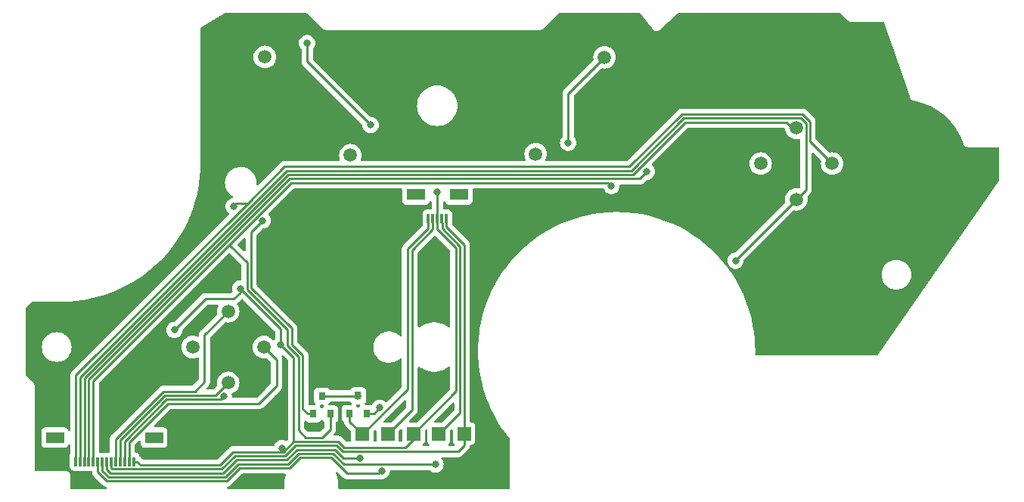
<source format=gbr>
G04 #@! TF.GenerationSoftware,KiCad,Pcbnew,(6.0.7)*
G04 #@! TF.CreationDate,2023-01-29T23:29:40-08:00*
G04 #@! TF.ProjectId,procon_gcc_button_board,70726f63-6f6e-45f6-9763-635f62757474,rev?*
G04 #@! TF.SameCoordinates,Original*
G04 #@! TF.FileFunction,Copper,L2,Bot*
G04 #@! TF.FilePolarity,Positive*
%FSLAX46Y46*%
G04 Gerber Fmt 4.6, Leading zero omitted, Abs format (unit mm)*
G04 Created by KiCad (PCBNEW (6.0.7)) date 2023-01-29 23:29:40*
%MOMM*%
%LPD*%
G01*
G04 APERTURE LIST*
G04 #@! TA.AperFunction,SMDPad,CuDef*
%ADD10C,1.500000*%
G04 #@! TD*
G04 #@! TA.AperFunction,SMDPad,CuDef*
%ADD11R,1.500000X1.500000*%
G04 #@! TD*
G04 #@! TA.AperFunction,SMDPad,CuDef*
%ADD12R,2.100000X1.300000*%
G04 #@! TD*
G04 #@! TA.AperFunction,SMDPad,CuDef*
%ADD13R,0.300000X1.000000*%
G04 #@! TD*
G04 #@! TA.AperFunction,SMDPad,CuDef*
%ADD14R,2.000000X1.300000*%
G04 #@! TD*
G04 #@! TA.AperFunction,SMDPad,CuDef*
%ADD15R,0.800000X0.900000*%
G04 #@! TD*
G04 #@! TA.AperFunction,ViaPad*
%ADD16C,0.800000*%
G04 #@! TD*
G04 #@! TA.AperFunction,Conductor*
%ADD17C,0.250000*%
G04 #@! TD*
G04 APERTURE END LIST*
D10*
X162009320Y-44665900D03*
D11*
X123153000Y-74910000D03*
X117428000Y-74985000D03*
X120253000Y-74960000D03*
X125978000Y-74935000D03*
X128803000Y-74910000D03*
D10*
X166009320Y-40665900D03*
X170009320Y-44665900D03*
X98405180Y-65211960D03*
X106405180Y-65211960D03*
X102405180Y-61211960D03*
X166009320Y-48665900D03*
D12*
X128218900Y-48100000D03*
X123418900Y-48100000D03*
D13*
X124818900Y-50800000D03*
X125318900Y-50800000D03*
X125818900Y-50800000D03*
X126318900Y-50800000D03*
X126818900Y-50800000D03*
D14*
X83000000Y-75350000D03*
X94100000Y-75350000D03*
D13*
X85300000Y-78050000D03*
X85800000Y-78050000D03*
X86300000Y-78050000D03*
X86800000Y-78050000D03*
X87300000Y-78050000D03*
X87800000Y-78050000D03*
X88300000Y-78050000D03*
X88800000Y-78050000D03*
X89300000Y-78050000D03*
X89800000Y-78050000D03*
X90300000Y-78050000D03*
X90800000Y-78050000D03*
X91300000Y-78050000D03*
X91800000Y-78050000D03*
D10*
X144526000Y-32766000D03*
X102405180Y-69211960D03*
X136824000Y-43584000D03*
X116084000Y-43734000D03*
D15*
X117894000Y-72654000D03*
X115994000Y-72654000D03*
X116944000Y-70654000D03*
X113834000Y-72704000D03*
X111934000Y-72704000D03*
X112884000Y-70704000D03*
D10*
X106504000Y-32734000D03*
D16*
X103764000Y-58664000D03*
X125818900Y-47828900D03*
X96384000Y-63284000D03*
X118344000Y-40354000D03*
X123153000Y-74910000D03*
X108414000Y-76534000D03*
X108284000Y-64974000D03*
X111234000Y-31164000D03*
X106405180Y-65211960D03*
X98405180Y-65211960D03*
X101901223Y-70741223D03*
X102405180Y-69211960D03*
X102405180Y-61211960D03*
X119364000Y-72024000D03*
X128803000Y-74910000D03*
X117428000Y-74985000D03*
X117134000Y-77643999D03*
X125978000Y-74935000D03*
X125604000Y-78364000D03*
X119594000Y-79094000D03*
X120253000Y-74960000D03*
X136824000Y-43584000D03*
X145298417Y-47169583D03*
X106504000Y-32734000D03*
X140463417Y-42334583D03*
X144526000Y-32766000D03*
X162009320Y-44665900D03*
X149284000Y-45574000D03*
X166044000Y-40594000D03*
X166009320Y-48665900D03*
X159194000Y-55544000D03*
X102994000Y-49454000D03*
X170009320Y-44665900D03*
X106262222Y-51042222D03*
X116894000Y-70704000D03*
X116094000Y-43764000D03*
D17*
X108414000Y-76534000D02*
X108573800Y-76693800D01*
X102869000Y-77049000D02*
X102961820Y-76956180D01*
X108573800Y-76693800D02*
X108573800Y-76956180D01*
X100214000Y-59824000D02*
X101034000Y-59824000D01*
X107306180Y-76956180D02*
X108573800Y-76956180D01*
X101034000Y-59824000D02*
X101564000Y-59824000D01*
X102961820Y-76956180D02*
X107306180Y-76956180D01*
X111234000Y-33244000D02*
X111234000Y-31164000D01*
X103764000Y-58664000D02*
X103764000Y-59074000D01*
X108284000Y-64974000D02*
X108284000Y-63184000D01*
X103014000Y-59824000D02*
X101034000Y-59824000D01*
X125818900Y-50800000D02*
X125818900Y-47828900D01*
X101493009Y-78424991D02*
X102869000Y-77049000D01*
X127902980Y-70160020D02*
X127902980Y-54129390D01*
X127902980Y-54129390D02*
X125818900Y-52045310D01*
X114693476Y-75787836D02*
X115374628Y-76468988D01*
X118344000Y-40354000D02*
X111234000Y-33244000D01*
X115374628Y-76468988D02*
X122229012Y-76468988D01*
X92574991Y-78424991D02*
X101493009Y-78424991D01*
X109742149Y-75787835D02*
X114693476Y-75787836D01*
X108284000Y-63184000D02*
X103764000Y-58664000D01*
X96384000Y-63284000D02*
X99844000Y-59824000D01*
X91800000Y-78050000D02*
X92200000Y-78050000D01*
X108573800Y-76956180D02*
X109742149Y-75787835D01*
X123153000Y-75545000D02*
X123153000Y-74910000D01*
X103764000Y-59074000D02*
X103014000Y-59824000D01*
X122229012Y-76468988D02*
X123153000Y-75545000D01*
X109742149Y-66432149D02*
X108284000Y-64974000D01*
X123153000Y-74910000D02*
X127902980Y-70160020D01*
X92200000Y-78050000D02*
X92574991Y-78424991D01*
X99844000Y-59824000D02*
X100214000Y-59824000D01*
X109742149Y-75787835D02*
X109742149Y-66432149D01*
X125818900Y-52045310D02*
X125818900Y-50800000D01*
X107833990Y-69524010D02*
X107833990Y-66640770D01*
X91300000Y-75914998D02*
X95692499Y-71522499D01*
X91300000Y-78050000D02*
X91300000Y-75914998D01*
X105849091Y-71522499D02*
X107094000Y-70277590D01*
X95692499Y-71522499D02*
X105849091Y-71522499D01*
X107833990Y-66640770D02*
X106405180Y-65211960D01*
X107094000Y-70277590D02*
X107094000Y-70264000D01*
X107094000Y-70264000D02*
X107833990Y-69524010D01*
X90800000Y-75778588D02*
X95506099Y-71072489D01*
X101569957Y-71072489D02*
X101901223Y-70741223D01*
X100025511Y-71072489D02*
X101569957Y-71072489D01*
X95506099Y-71072489D02*
X100025511Y-71072489D01*
X90800000Y-78050000D02*
X90800000Y-75778588D01*
X90349991Y-75592187D02*
X95319699Y-70622479D01*
X100994661Y-70622479D02*
X102405180Y-69211960D01*
X90349990Y-75642178D02*
X90349991Y-75592187D01*
X90300000Y-75642178D02*
X90349990Y-75642178D01*
X90300000Y-78050000D02*
X90300000Y-75642178D01*
X95319699Y-70622479D02*
X100994661Y-70622479D01*
X89800000Y-78050000D02*
X89800000Y-75505768D01*
X89800000Y-75505768D02*
X95133299Y-70172469D01*
X99734000Y-63883140D02*
X102405180Y-61211960D01*
X98675531Y-70172469D02*
X99734000Y-69114000D01*
X99734000Y-69114000D02*
X99734000Y-63883140D01*
X95133299Y-70172469D02*
X98675531Y-70172469D01*
X119364000Y-72024000D02*
X118734000Y-72654000D01*
X126804000Y-50994000D02*
X126804000Y-51757590D01*
X114507075Y-76237845D02*
X115188228Y-76918998D01*
X128803000Y-53756590D02*
X128803000Y-53955000D01*
X115188228Y-76918998D02*
X128139002Y-76918998D01*
X128139002Y-76918998D02*
X128803000Y-76255000D01*
X126818900Y-50979100D02*
X126804000Y-50994000D01*
X89389999Y-78875001D02*
X101679409Y-78875001D01*
X89300000Y-78785002D02*
X89389999Y-78875001D01*
X126818900Y-50800000D02*
X126818900Y-50979100D01*
X117894000Y-72654000D02*
X117894000Y-72674000D01*
X89300000Y-78050000D02*
X89300000Y-78785002D01*
X109928548Y-76237844D02*
X114507075Y-76237845D01*
X118734000Y-72654000D02*
X117894000Y-72654000D01*
X101679409Y-78875001D02*
X103148220Y-77406190D01*
X117894000Y-72674000D02*
X117864000Y-72704000D01*
X126804000Y-51757590D02*
X128803000Y-53756590D01*
X128803000Y-74910000D02*
X128803000Y-53955000D01*
X128803000Y-76255000D02*
X128803000Y-74910000D01*
X108760199Y-77406190D02*
X109928548Y-76237844D01*
X103148220Y-77406190D02*
X108760199Y-77406190D01*
X114320674Y-76687854D02*
X115276819Y-77643999D01*
X122481500Y-54236500D02*
X124818900Y-51899100D01*
X124818900Y-51899100D02*
X124818900Y-50800000D01*
X101865810Y-79325010D02*
X103334620Y-77856200D01*
X115994000Y-72654000D02*
X115994000Y-72664000D01*
X103334620Y-77856200D02*
X108946598Y-77856200D01*
X115276819Y-77643999D02*
X117134000Y-77643999D01*
X89203599Y-79325011D02*
X101865810Y-79325010D01*
X88800000Y-78050000D02*
X88800000Y-78921412D01*
X88800000Y-78921412D02*
X89203599Y-79325011D01*
X122481500Y-69931500D02*
X122481500Y-54236500D01*
X115994000Y-72664000D02*
X115974000Y-72684000D01*
X108946598Y-77856200D02*
X110114947Y-76687853D01*
X117428000Y-74985000D02*
X122481500Y-69931500D01*
X115994000Y-73551000D02*
X115994000Y-72654000D01*
X110114947Y-76687853D02*
X114320674Y-76687854D01*
X117428000Y-74985000D02*
X115994000Y-73551000D01*
X127939000Y-72969000D02*
X128352990Y-72555010D01*
X126318900Y-51318900D02*
X126343899Y-51343899D01*
X110301346Y-77137862D02*
X114134273Y-77137863D01*
X126343899Y-51343899D02*
X126343899Y-51933899D01*
X126318900Y-50800000D02*
X126318900Y-51318900D01*
X88300000Y-78050000D02*
X88300000Y-79057822D01*
X125978000Y-74935000D02*
X127939000Y-72974000D01*
X98832979Y-79775021D02*
X99154000Y-79775021D01*
X128352990Y-72555010D02*
X128352990Y-53942990D01*
X109132998Y-78306210D02*
X110301346Y-77137862D01*
X114134273Y-77137863D02*
X115365409Y-78368999D01*
X124358999Y-78368999D02*
X124363998Y-78364000D01*
X115365409Y-78368999D02*
X124358999Y-78368999D01*
X103521020Y-78306210D02*
X109132998Y-78306210D01*
X88300000Y-79057822D02*
X89017199Y-79775021D01*
X126343899Y-51933899D02*
X128352990Y-53942990D01*
X127939000Y-72974000D02*
X127939000Y-72969000D01*
X124363998Y-78364000D02*
X125604000Y-78364000D01*
X98832979Y-79775021D02*
X102052209Y-79775021D01*
X103318615Y-78508615D02*
X103521020Y-78306210D01*
X102052209Y-79775021D02*
X103318615Y-78508615D01*
X89017199Y-79775021D02*
X98832979Y-79775021D01*
X88830799Y-80225031D02*
X97954000Y-80225031D01*
X119314000Y-79374000D02*
X119594000Y-79094000D01*
X125318900Y-52035510D02*
X125318900Y-50800000D01*
X120253000Y-74960000D02*
X122987205Y-72225795D01*
X87800000Y-79194232D02*
X88830799Y-80225031D01*
X109319398Y-78756220D02*
X110487746Y-77587872D01*
X87800000Y-78050000D02*
X87800000Y-79194232D01*
X110487746Y-77587872D02*
X113947872Y-77587872D01*
X115734000Y-79374000D02*
X119314000Y-79374000D01*
X122987205Y-54367205D02*
X125318900Y-52035510D01*
X122987205Y-72225795D02*
X122987205Y-54367205D01*
X107724000Y-78756220D02*
X109319398Y-78756220D01*
X103707420Y-78756220D02*
X107724000Y-78756220D01*
X102238610Y-80225030D02*
X103707420Y-78756220D01*
X113947872Y-77587872D02*
X115734000Y-79374000D01*
X97954000Y-80225031D02*
X102238610Y-80225030D01*
X140463417Y-36828583D02*
X144526000Y-32766000D01*
X109024000Y-65077590D02*
X110294000Y-66347590D01*
X144932834Y-46804000D02*
X145298417Y-47169583D01*
X111087826Y-75337826D02*
X112940174Y-75337826D01*
X104514000Y-58777590D02*
X109024000Y-63287590D01*
X102519569Y-53759569D02*
X104585138Y-51694000D01*
X112940174Y-75337826D02*
X113834000Y-74444000D01*
X113834000Y-72704000D02*
X113834000Y-74444000D01*
X87300000Y-68979138D02*
X102519569Y-53759569D01*
X104585138Y-51694000D02*
X109475138Y-46804000D01*
X102519569Y-53759569D02*
X104514000Y-55754000D01*
X110294000Y-66347590D02*
X110294000Y-74544000D01*
X128264000Y-46804000D02*
X144932834Y-46804000D01*
X140463417Y-42334583D02*
X140463417Y-36828583D01*
X109024000Y-63287590D02*
X109024000Y-65077590D01*
X87300000Y-78050000D02*
X87300000Y-68979138D01*
X110294000Y-74544000D02*
X111087826Y-75337826D01*
X104514000Y-55754000D02*
X104514000Y-58777590D01*
X109475138Y-46804000D02*
X128264000Y-46804000D01*
X86849991Y-68792737D02*
X103351364Y-52291364D01*
X86775001Y-68867727D02*
X86849991Y-68792737D01*
X86775001Y-78035001D02*
X86775001Y-68867727D01*
X86790000Y-78050000D02*
X86775001Y-78035001D01*
X148504010Y-46353990D02*
X149284000Y-45574000D01*
X103351364Y-52291364D02*
X109288738Y-46353990D01*
X127363990Y-46353990D02*
X148504010Y-46353990D01*
X109288738Y-46353990D02*
X127363990Y-46353990D01*
X127363990Y-46353990D02*
X127574000Y-46353990D01*
X86800000Y-78050000D02*
X86790000Y-78050000D01*
X166009320Y-40665900D02*
X165515900Y-40665900D01*
X164890909Y-40040909D02*
X153567091Y-40040909D01*
X86300000Y-68706318D02*
X86300000Y-78050000D01*
X166009320Y-40665900D02*
X166009320Y-40628680D01*
X109102338Y-45903980D02*
X86300000Y-68706318D01*
X147704020Y-45903980D02*
X109102338Y-45903980D01*
X165515900Y-40665900D02*
X164890909Y-40040909D01*
X166009320Y-40628680D02*
X166044000Y-40594000D01*
X153567091Y-40040909D02*
X147704020Y-45903980D01*
X167084321Y-40149899D02*
X167084321Y-47590899D01*
X85800000Y-78050000D02*
X85800000Y-68569908D01*
X85800000Y-68569908D02*
X108915938Y-45453970D01*
X147517620Y-45453970D02*
X153380691Y-39590899D01*
X108915938Y-45453970D02*
X147517620Y-45453970D01*
X153380691Y-39590899D02*
X166525321Y-39590899D01*
X167084321Y-47590899D02*
X166009320Y-48665900D01*
X159194000Y-55544000D02*
X159194000Y-55481220D01*
X166525321Y-39590899D02*
X167084321Y-40149899D01*
X159194000Y-55481220D02*
X166009320Y-48665900D01*
X104964010Y-52340434D02*
X104964010Y-58591190D01*
X104586749Y-49146749D02*
X108729538Y-45003960D01*
X110744010Y-70504010D02*
X110744010Y-70754010D01*
X167534331Y-39963499D02*
X167534331Y-42190911D01*
X110744010Y-72164010D02*
X110744010Y-70504010D01*
X166711722Y-39140890D02*
X167534331Y-39963499D01*
X85300000Y-78050000D02*
X85300000Y-77378000D01*
X153194291Y-39140889D02*
X166711722Y-39140890D01*
X85349984Y-68383514D02*
X104586749Y-49146749D01*
X106262222Y-51042222D02*
X104964010Y-52340434D01*
X111284000Y-72704000D02*
X110744010Y-72164010D01*
X104964010Y-58591190D02*
X109504000Y-63131180D01*
X167534331Y-42190911D02*
X170009320Y-44665900D01*
X111934000Y-72704000D02*
X111284000Y-72704000D01*
X147331220Y-45003960D02*
X153194291Y-39140889D01*
X103301251Y-49146749D02*
X102994000Y-49454000D01*
X109504000Y-63131180D02*
X109504000Y-64921180D01*
X85349984Y-77328016D02*
X85349984Y-68383514D01*
X85300000Y-77378000D02*
X85349984Y-77328016D01*
X108729538Y-45003960D02*
X147331220Y-45003960D01*
X104586749Y-49146749D02*
X103301251Y-49146749D01*
X110744010Y-66161190D02*
X110744010Y-70504010D01*
X109504000Y-64921180D02*
X110744010Y-66161190D01*
X116084000Y-43734000D02*
X116084000Y-43754000D01*
X112884000Y-70704000D02*
X116894000Y-70704000D01*
X116944000Y-70654000D02*
X116894000Y-70704000D01*
X116084000Y-43754000D02*
X116094000Y-43764000D01*
G04 #@! TA.AperFunction,NonConductor*
G36*
X104248542Y-53030667D02*
G01*
X104305378Y-53073214D01*
X104330189Y-53139734D01*
X104330510Y-53148723D01*
X104330510Y-54370415D01*
X104310508Y-54438536D01*
X104256852Y-54485029D01*
X104186578Y-54495133D01*
X104121998Y-54465639D01*
X104115415Y-54459510D01*
X103504569Y-53848664D01*
X103470543Y-53786352D01*
X103475608Y-53715537D01*
X103504569Y-53670474D01*
X104115415Y-53059628D01*
X104177727Y-53025602D01*
X104248542Y-53030667D01*
G37*
G04 #@! TD.AperFunction*
G04 #@! TA.AperFunction,NonConductor*
G36*
X125608032Y-52746448D02*
G01*
X125653095Y-52775409D01*
X127232575Y-54354889D01*
X127266601Y-54417201D01*
X127269480Y-54443984D01*
X127269480Y-62869764D01*
X127249478Y-62937885D01*
X127195822Y-62984378D01*
X127125548Y-62994482D01*
X127075381Y-62975776D01*
X126826883Y-62816144D01*
X126814545Y-62808218D01*
X126814540Y-62808215D01*
X126811512Y-62806270D01*
X126528482Y-62667169D01*
X126231445Y-62561226D01*
X125924271Y-62489822D01*
X125869119Y-62483496D01*
X125614547Y-62454296D01*
X125614540Y-62454296D01*
X125610960Y-62453885D01*
X125295596Y-62453885D01*
X125292016Y-62454296D01*
X125292009Y-62454296D01*
X125037437Y-62483496D01*
X124982285Y-62489822D01*
X124675111Y-62561226D01*
X124378074Y-62667169D01*
X124095044Y-62806270D01*
X124092016Y-62808215D01*
X124092011Y-62808218D01*
X123832741Y-62974769D01*
X123829709Y-62976717D01*
X123826441Y-62979388D01*
X123826298Y-62979448D01*
X123824011Y-62981109D01*
X123823625Y-62980577D01*
X123761040Y-63007009D01*
X123691086Y-62994887D01*
X123638790Y-62946869D01*
X123620705Y-62881827D01*
X123620705Y-54681799D01*
X123640707Y-54613678D01*
X123657610Y-54592704D01*
X125474905Y-52775409D01*
X125537217Y-52741383D01*
X125608032Y-52746448D01*
G37*
G04 #@! TD.AperFunction*
G04 #@! TA.AperFunction,NonConductor*
G36*
X104013032Y-59825038D02*
G01*
X104058095Y-59853999D01*
X107613595Y-63409499D01*
X107647621Y-63471811D01*
X107650500Y-63498594D01*
X107650500Y-64271476D01*
X107630498Y-64339597D01*
X107618142Y-64355779D01*
X107568705Y-64410685D01*
X107508260Y-64447923D01*
X107437276Y-64446571D01*
X107378553Y-64407369D01*
X107376080Y-64404422D01*
X107372929Y-64399922D01*
X107217218Y-64244211D01*
X107209417Y-64238748D01*
X107088621Y-64154166D01*
X107036834Y-64117904D01*
X106837256Y-64024840D01*
X106624551Y-63967845D01*
X106405180Y-63948653D01*
X106185809Y-63967845D01*
X105973104Y-64024840D01*
X105889110Y-64064007D01*
X105778514Y-64115578D01*
X105778509Y-64115581D01*
X105773527Y-64117904D01*
X105769020Y-64121060D01*
X105769018Y-64121061D01*
X105597653Y-64241052D01*
X105597650Y-64241054D01*
X105593142Y-64244211D01*
X105437431Y-64399922D01*
X105434274Y-64404430D01*
X105434272Y-64404433D01*
X105314743Y-64575138D01*
X105311124Y-64580307D01*
X105308801Y-64585289D01*
X105308798Y-64585294D01*
X105279310Y-64648533D01*
X105218060Y-64779884D01*
X105161065Y-64992589D01*
X105141873Y-65211960D01*
X105161065Y-65431331D01*
X105218060Y-65644036D01*
X105255386Y-65724083D01*
X105308798Y-65838626D01*
X105308801Y-65838631D01*
X105311124Y-65843613D01*
X105314280Y-65848120D01*
X105314281Y-65848122D01*
X105401419Y-65972567D01*
X105437431Y-66023998D01*
X105593142Y-66179709D01*
X105597651Y-66182866D01*
X105597653Y-66182868D01*
X105662207Y-66228069D01*
X105773526Y-66306016D01*
X105973104Y-66399080D01*
X106185809Y-66456075D01*
X106405180Y-66475267D01*
X106624551Y-66456075D01*
X106629861Y-66454652D01*
X106629868Y-66454651D01*
X106655899Y-66447676D01*
X106726876Y-66449366D01*
X106777604Y-66480288D01*
X107163585Y-66866269D01*
X107197611Y-66928581D01*
X107200490Y-66955364D01*
X107200490Y-69209415D01*
X107180488Y-69277536D01*
X107163585Y-69298511D01*
X106931514Y-69530581D01*
X106701742Y-69760353D01*
X106693463Y-69767887D01*
X106686982Y-69772000D01*
X106662743Y-69797812D01*
X106640357Y-69821651D01*
X106637602Y-69824493D01*
X106617865Y-69844230D01*
X106615385Y-69847427D01*
X106607682Y-69856447D01*
X106577414Y-69888679D01*
X106573597Y-69895622D01*
X106568934Y-69902040D01*
X106568657Y-69901839D01*
X106553019Y-69922666D01*
X105623591Y-70852094D01*
X105561279Y-70886120D01*
X105534496Y-70888999D01*
X102939133Y-70888999D01*
X102871012Y-70868997D01*
X102824519Y-70815341D01*
X102814568Y-70754394D01*
X102814037Y-70754394D01*
X102814037Y-70751145D01*
X102813823Y-70749834D01*
X102814037Y-70747797D01*
X102814037Y-70747788D01*
X102814727Y-70741223D01*
X102794765Y-70551295D01*
X102792722Y-70545007D01*
X102791853Y-70542331D01*
X102791806Y-70540697D01*
X102791351Y-70538555D01*
X102791743Y-70538472D01*
X102789827Y-70471363D01*
X102826492Y-70410566D01*
X102858438Y-70389203D01*
X103031843Y-70308344D01*
X103031849Y-70308340D01*
X103036834Y-70306016D01*
X103146882Y-70228959D01*
X103212707Y-70182868D01*
X103212709Y-70182866D01*
X103217218Y-70179709D01*
X103372929Y-70023998D01*
X103378523Y-70016010D01*
X103496079Y-69848122D01*
X103496080Y-69848120D01*
X103499236Y-69843613D01*
X103501559Y-69838631D01*
X103501562Y-69838626D01*
X103555472Y-69723015D01*
X103592300Y-69644036D01*
X103649295Y-69431331D01*
X103668487Y-69211960D01*
X103649295Y-68992589D01*
X103592300Y-68779884D01*
X103516143Y-68616564D01*
X103501562Y-68585294D01*
X103501559Y-68585289D01*
X103499236Y-68580307D01*
X103496079Y-68575798D01*
X103376088Y-68404433D01*
X103376086Y-68404430D01*
X103372929Y-68399922D01*
X103217218Y-68244211D01*
X103197199Y-68230193D01*
X103122202Y-68177680D01*
X103036834Y-68117904D01*
X102837256Y-68024840D01*
X102624551Y-67967845D01*
X102405180Y-67948653D01*
X102185809Y-67967845D01*
X101973104Y-68024840D01*
X101900978Y-68058473D01*
X101778514Y-68115578D01*
X101778509Y-68115581D01*
X101773527Y-68117904D01*
X101769020Y-68121060D01*
X101769018Y-68121061D01*
X101597653Y-68241052D01*
X101597650Y-68241054D01*
X101593142Y-68244211D01*
X101437431Y-68399922D01*
X101434274Y-68404430D01*
X101434272Y-68404433D01*
X101314281Y-68575798D01*
X101311124Y-68580307D01*
X101308801Y-68585289D01*
X101308798Y-68585294D01*
X101294217Y-68616564D01*
X101218060Y-68779884D01*
X101161065Y-68992589D01*
X101141873Y-69211960D01*
X101161065Y-69431331D01*
X101162488Y-69436641D01*
X101162489Y-69436645D01*
X101169464Y-69462677D01*
X101167774Y-69533654D01*
X101136852Y-69584383D01*
X100769161Y-69952074D01*
X100706849Y-69986100D01*
X100680066Y-69988979D01*
X100059115Y-69988979D01*
X99990994Y-69968977D01*
X99944501Y-69915321D01*
X99934397Y-69845047D01*
X99963891Y-69780467D01*
X99970020Y-69773884D01*
X100126247Y-69617657D01*
X100134537Y-69610113D01*
X100141018Y-69606000D01*
X100187659Y-69556332D01*
X100190413Y-69553491D01*
X100210134Y-69533770D01*
X100212612Y-69530575D01*
X100220318Y-69521553D01*
X100245158Y-69495101D01*
X100250586Y-69489321D01*
X100260346Y-69471568D01*
X100271199Y-69455045D01*
X100278753Y-69445306D01*
X100283613Y-69439041D01*
X100301176Y-69398457D01*
X100306383Y-69387827D01*
X100327695Y-69349060D01*
X100329666Y-69341383D01*
X100329668Y-69341378D01*
X100332732Y-69329442D01*
X100339138Y-69310730D01*
X100344033Y-69299419D01*
X100347181Y-69292145D01*
X100348421Y-69284317D01*
X100348423Y-69284310D01*
X100354099Y-69248476D01*
X100356505Y-69236856D01*
X100365528Y-69201711D01*
X100365528Y-69201710D01*
X100367500Y-69194030D01*
X100367500Y-69173776D01*
X100369051Y-69154065D01*
X100370980Y-69141886D01*
X100372220Y-69134057D01*
X100368059Y-69090038D01*
X100367500Y-69078181D01*
X100367500Y-64197734D01*
X100387502Y-64129613D01*
X100404405Y-64108639D01*
X102032757Y-62480288D01*
X102095069Y-62446262D01*
X102154463Y-62447676D01*
X102170624Y-62452006D01*
X102185809Y-62456075D01*
X102405180Y-62475267D01*
X102624551Y-62456075D01*
X102837256Y-62399080D01*
X103036834Y-62306016D01*
X103137939Y-62235221D01*
X103212707Y-62182868D01*
X103212709Y-62182866D01*
X103217218Y-62179709D01*
X103372929Y-62023998D01*
X103381893Y-62011197D01*
X103496079Y-61848122D01*
X103496080Y-61848120D01*
X103499236Y-61843613D01*
X103501559Y-61838631D01*
X103501562Y-61838626D01*
X103589975Y-61649021D01*
X103592300Y-61644036D01*
X103649295Y-61431331D01*
X103668487Y-61211960D01*
X103649295Y-60992589D01*
X103592300Y-60779884D01*
X103509087Y-60601432D01*
X103501562Y-60585294D01*
X103501559Y-60585289D01*
X103499236Y-60580307D01*
X103419050Y-60465789D01*
X103396362Y-60398516D01*
X103413647Y-60329656D01*
X103439957Y-60300664D01*
X103438917Y-60299556D01*
X103444693Y-60294132D01*
X103451107Y-60289472D01*
X103479298Y-60255395D01*
X103487288Y-60246616D01*
X103879905Y-59853999D01*
X103942217Y-59819973D01*
X104013032Y-59825038D01*
G37*
G04 #@! TD.AperFunction*
G04 #@! TA.AperFunction,NonConductor*
G36*
X121802521Y-47457502D02*
G01*
X121849014Y-47511158D01*
X121860400Y-47563500D01*
X121860400Y-48798134D01*
X121867155Y-48860316D01*
X121918285Y-48996705D01*
X122005639Y-49113261D01*
X122122195Y-49200615D01*
X122258584Y-49251745D01*
X122320766Y-49258500D01*
X124517034Y-49258500D01*
X124579216Y-49251745D01*
X124715605Y-49200615D01*
X124832161Y-49113261D01*
X124919515Y-48996705D01*
X124941418Y-48938279D01*
X124984060Y-48881515D01*
X125050621Y-48856815D01*
X125119970Y-48872022D01*
X125170088Y-48922308D01*
X125185400Y-48982509D01*
X125185400Y-49669361D01*
X125165398Y-49737482D01*
X125111742Y-49783975D01*
X125045793Y-49794624D01*
X125020433Y-49791869D01*
X125020429Y-49791869D01*
X125017034Y-49791500D01*
X124620766Y-49791500D01*
X124558584Y-49798255D01*
X124422195Y-49849385D01*
X124305639Y-49936739D01*
X124218285Y-50053295D01*
X124167155Y-50189684D01*
X124160400Y-50251866D01*
X124160400Y-51348134D01*
X124167155Y-51410316D01*
X124172809Y-51425398D01*
X124177382Y-51437596D01*
X124185400Y-51481826D01*
X124185400Y-51584506D01*
X124165398Y-51652627D01*
X124148495Y-51673601D01*
X122089247Y-53732848D01*
X122080961Y-53740388D01*
X122074482Y-53744500D01*
X122069057Y-53750277D01*
X122027857Y-53794151D01*
X122025102Y-53796993D01*
X122005365Y-53816730D01*
X122002885Y-53819927D01*
X121995182Y-53828947D01*
X121964914Y-53861179D01*
X121961095Y-53868125D01*
X121961093Y-53868128D01*
X121955152Y-53878934D01*
X121944301Y-53895453D01*
X121931886Y-53911459D01*
X121928741Y-53918728D01*
X121928738Y-53918732D01*
X121914326Y-53952037D01*
X121909109Y-53962687D01*
X121887805Y-54001440D01*
X121885834Y-54009115D01*
X121885834Y-54009116D01*
X121882767Y-54021062D01*
X121876363Y-54039766D01*
X121868319Y-54058355D01*
X121867080Y-54066178D01*
X121867077Y-54066188D01*
X121861401Y-54102024D01*
X121858995Y-54113644D01*
X121848000Y-54156470D01*
X121848000Y-54176724D01*
X121846449Y-54196434D01*
X121843280Y-54216443D01*
X121844026Y-54224335D01*
X121847441Y-54260461D01*
X121848000Y-54272319D01*
X121848000Y-63865522D01*
X121827998Y-63933643D01*
X121774342Y-63980136D01*
X121704068Y-63990240D01*
X121635667Y-63957297D01*
X121627711Y-63949812D01*
X121513043Y-63841944D01*
X121315633Y-63704995D01*
X121302131Y-63695628D01*
X121302128Y-63695626D01*
X121298289Y-63692963D01*
X121266540Y-63677306D01*
X121068061Y-63579427D01*
X121068058Y-63579426D01*
X121063873Y-63577362D01*
X121042112Y-63570396D01*
X120819403Y-63499107D01*
X120814945Y-63497680D01*
X120556973Y-63455666D01*
X120443222Y-63454177D01*
X120300302Y-63452306D01*
X120300299Y-63452306D01*
X120295625Y-63452245D01*
X120036642Y-63487491D01*
X120032156Y-63488799D01*
X120032154Y-63488799D01*
X119966900Y-63507819D01*
X119785713Y-63560630D01*
X119781460Y-63562590D01*
X119781459Y-63562591D01*
X119744939Y-63579427D01*
X119548352Y-63670055D01*
X119509347Y-63695628D01*
X119333684Y-63810797D01*
X119333679Y-63810801D01*
X119329771Y-63813363D01*
X119134774Y-63987405D01*
X118967643Y-64188357D01*
X118945635Y-64224625D01*
X118890129Y-64316097D01*
X118832051Y-64411806D01*
X118730977Y-64652842D01*
X118666639Y-64906170D01*
X118640453Y-65166226D01*
X118642173Y-65202034D01*
X118652993Y-65427295D01*
X118703984Y-65683643D01*
X118792306Y-65929639D01*
X118794522Y-65933763D01*
X118897438Y-66125300D01*
X118916017Y-66159878D01*
X118918812Y-66163621D01*
X118918814Y-66163624D01*
X119069610Y-66365564D01*
X119069615Y-66365570D01*
X119072402Y-66369302D01*
X119075711Y-66372582D01*
X119075716Y-66372588D01*
X119254706Y-66550022D01*
X119258023Y-66553310D01*
X119261785Y-66556068D01*
X119261788Y-66556071D01*
X119450841Y-66694690D01*
X119468804Y-66707861D01*
X119472947Y-66710041D01*
X119472949Y-66710042D01*
X119695964Y-66827376D01*
X119695969Y-66827378D01*
X119700114Y-66829559D01*
X119805234Y-66866269D01*
X119910913Y-66903174D01*
X119946870Y-66915731D01*
X119951463Y-66916603D01*
X120199065Y-66963611D01*
X120199068Y-66963611D01*
X120203654Y-66964482D01*
X120334239Y-66969613D01*
X120460155Y-66974561D01*
X120460161Y-66974561D01*
X120464823Y-66974744D01*
X120544257Y-66966044D01*
X120719987Y-66946799D01*
X120719992Y-66946798D01*
X120724640Y-66946289D01*
X120729164Y-66945098D01*
X120972874Y-66880935D01*
X120972876Y-66880934D01*
X120977397Y-66879744D01*
X120986077Y-66876015D01*
X121170912Y-66796603D01*
X121217542Y-66776569D01*
X121309019Y-66719962D01*
X121435827Y-66641491D01*
X121435828Y-66641491D01*
X121439799Y-66639033D01*
X121443362Y-66636016D01*
X121443367Y-66636013D01*
X121639285Y-66470155D01*
X121640461Y-66471544D01*
X121696314Y-66441688D01*
X121767082Y-66447383D01*
X121823537Y-66490434D01*
X121847754Y-66557173D01*
X121848000Y-66565042D01*
X121848000Y-69616905D01*
X121827998Y-69685026D01*
X121811095Y-69706000D01*
X120162340Y-71354755D01*
X120100028Y-71388781D01*
X120029213Y-71383716D01*
X119985198Y-71353775D01*
X119984580Y-71354461D01*
X119979672Y-71350041D01*
X119975253Y-71345134D01*
X119853205Y-71256460D01*
X119826094Y-71236763D01*
X119826093Y-71236762D01*
X119820752Y-71232882D01*
X119814724Y-71230198D01*
X119814722Y-71230197D01*
X119652319Y-71157891D01*
X119652318Y-71157891D01*
X119646288Y-71155206D01*
X119552888Y-71135353D01*
X119465944Y-71116872D01*
X119465939Y-71116872D01*
X119459487Y-71115500D01*
X119268513Y-71115500D01*
X119262061Y-71116872D01*
X119262056Y-71116872D01*
X119175112Y-71135353D01*
X119081712Y-71155206D01*
X119075682Y-71157891D01*
X119075681Y-71157891D01*
X118913278Y-71230197D01*
X118913276Y-71230198D01*
X118907248Y-71232882D01*
X118901907Y-71236762D01*
X118901906Y-71236763D01*
X118874796Y-71256460D01*
X118752747Y-71345134D01*
X118748326Y-71350044D01*
X118748325Y-71350045D01*
X118630198Y-71481239D01*
X118624960Y-71487056D01*
X118607521Y-71517261D01*
X118535501Y-71642003D01*
X118484118Y-71690996D01*
X118414405Y-71704432D01*
X118406729Y-71703160D01*
X118404316Y-71702255D01*
X118342134Y-71695500D01*
X117780941Y-71695500D01*
X117712820Y-71675498D01*
X117666327Y-71621842D01*
X117656223Y-71551568D01*
X117685717Y-71486988D01*
X117694005Y-71479266D01*
X117693731Y-71478992D01*
X117700081Y-71472642D01*
X117707261Y-71467261D01*
X117794615Y-71350705D01*
X117845745Y-71214316D01*
X117852500Y-71152134D01*
X117852500Y-70155866D01*
X117845745Y-70093684D01*
X117794615Y-69957295D01*
X117707261Y-69840739D01*
X117590705Y-69753385D01*
X117454316Y-69702255D01*
X117392134Y-69695500D01*
X116495866Y-69695500D01*
X116433684Y-69702255D01*
X116297295Y-69753385D01*
X116180739Y-69840739D01*
X116093385Y-69957295D01*
X116090233Y-69965703D01*
X116090231Y-69965707D01*
X116081599Y-69988731D01*
X116038957Y-70045495D01*
X115972395Y-70070194D01*
X115963618Y-70070500D01*
X113842433Y-70070500D01*
X113774312Y-70050498D01*
X113735000Y-70008322D01*
X113734615Y-70007295D01*
X113647261Y-69890739D01*
X113530705Y-69803385D01*
X113394316Y-69752255D01*
X113332134Y-69745500D01*
X112435866Y-69745500D01*
X112373684Y-69752255D01*
X112237295Y-69803385D01*
X112120739Y-69890739D01*
X112033385Y-70007295D01*
X111982255Y-70143684D01*
X111975500Y-70205866D01*
X111975500Y-71202134D01*
X111982255Y-71264316D01*
X112033385Y-71400705D01*
X112120739Y-71517261D01*
X112127919Y-71522642D01*
X112134269Y-71528992D01*
X112132022Y-71531239D01*
X112165143Y-71575544D01*
X112170162Y-71646363D01*
X112136097Y-71708653D01*
X112073762Y-71742638D01*
X112047059Y-71745500D01*
X111503510Y-71745500D01*
X111435389Y-71725498D01*
X111388896Y-71671842D01*
X111377510Y-71619500D01*
X111377510Y-66239957D01*
X111378037Y-66228774D01*
X111379712Y-66221281D01*
X111377572Y-66153190D01*
X111377510Y-66149233D01*
X111377510Y-66121334D01*
X111377006Y-66117343D01*
X111376073Y-66105501D01*
X111376023Y-66103887D01*
X111374684Y-66061301D01*
X111372472Y-66053687D01*
X111372471Y-66053682D01*
X111369033Y-66041849D01*
X111365022Y-66022485D01*
X111363477Y-66010254D01*
X111362484Y-66002393D01*
X111359567Y-65995026D01*
X111359566Y-65995021D01*
X111346208Y-65961282D01*
X111342364Y-65950055D01*
X111336432Y-65929639D01*
X111330028Y-65907597D01*
X111319717Y-65890162D01*
X111311022Y-65872414D01*
X111303562Y-65853573D01*
X111277574Y-65817803D01*
X111271058Y-65807883D01*
X111252590Y-65776655D01*
X111252588Y-65776652D01*
X111248552Y-65769828D01*
X111234231Y-65755507D01*
X111221390Y-65740473D01*
X111214141Y-65730496D01*
X111209482Y-65724083D01*
X111175405Y-65695892D01*
X111166626Y-65687902D01*
X110174405Y-64695680D01*
X110140379Y-64633368D01*
X110137500Y-64606585D01*
X110137500Y-63209943D01*
X110138027Y-63198759D01*
X110139701Y-63191271D01*
X110137562Y-63123212D01*
X110137500Y-63119255D01*
X110137500Y-63091324D01*
X110136994Y-63087318D01*
X110136061Y-63075472D01*
X110134922Y-63039217D01*
X110134673Y-63031290D01*
X110129022Y-63011838D01*
X110125014Y-62992486D01*
X110123468Y-62980248D01*
X110123467Y-62980246D01*
X110122474Y-62972383D01*
X110106194Y-62931266D01*
X110102359Y-62920065D01*
X110090018Y-62877586D01*
X110085985Y-62870767D01*
X110085983Y-62870762D01*
X110079707Y-62860151D01*
X110071010Y-62842401D01*
X110063552Y-62823563D01*
X110037571Y-62787803D01*
X110031053Y-62777881D01*
X110012578Y-62746640D01*
X110012574Y-62746635D01*
X110008542Y-62739817D01*
X109994218Y-62725493D01*
X109981376Y-62710458D01*
X109969472Y-62694073D01*
X109935406Y-62665891D01*
X109926627Y-62657902D01*
X105634415Y-58365690D01*
X105600389Y-58303378D01*
X105597510Y-58276595D01*
X105597510Y-52655029D01*
X105617512Y-52586908D01*
X105634415Y-52565933D01*
X106212723Y-51987626D01*
X106275035Y-51953601D01*
X106301818Y-51950722D01*
X106357709Y-51950722D01*
X106364161Y-51949350D01*
X106364166Y-51949350D01*
X106471245Y-51926589D01*
X106544510Y-51911016D01*
X106550541Y-51908331D01*
X106712944Y-51836025D01*
X106712946Y-51836024D01*
X106718974Y-51833340D01*
X106873475Y-51721088D01*
X106907893Y-51682863D01*
X106996843Y-51584074D01*
X106996844Y-51584073D01*
X107001262Y-51579166D01*
X107096749Y-51413778D01*
X107155764Y-51232150D01*
X107164351Y-51150455D01*
X107175036Y-51048787D01*
X107175726Y-51042222D01*
X107165708Y-50946905D01*
X107156454Y-50858857D01*
X107156454Y-50858855D01*
X107155764Y-50852294D01*
X107096749Y-50670666D01*
X107001262Y-50505278D01*
X106924206Y-50419698D01*
X106893489Y-50355691D01*
X106902254Y-50285238D01*
X106928748Y-50246294D01*
X109700637Y-47474405D01*
X109762949Y-47440379D01*
X109789732Y-47437500D01*
X121734400Y-47437500D01*
X121802521Y-47457502D01*
G37*
G04 #@! TD.AperFunction*
G04 #@! TA.AperFunction,NonConductor*
G36*
X117125180Y-71632502D02*
G01*
X117171673Y-71686158D01*
X117181777Y-71756432D01*
X117152283Y-71821012D01*
X117143995Y-71828734D01*
X117144269Y-71829008D01*
X117137919Y-71835358D01*
X117130739Y-71840739D01*
X117125358Y-71847919D01*
X117125357Y-71847920D01*
X117044826Y-71955372D01*
X116987967Y-71997887D01*
X116917148Y-72002913D01*
X116854855Y-71968853D01*
X116843174Y-71955372D01*
X116762643Y-71847920D01*
X116762642Y-71847919D01*
X116757261Y-71840739D01*
X116750081Y-71835358D01*
X116743731Y-71829008D01*
X116745978Y-71826761D01*
X116712857Y-71782456D01*
X116707838Y-71711637D01*
X116741903Y-71649347D01*
X116804238Y-71615362D01*
X116830941Y-71612500D01*
X117057059Y-71612500D01*
X117125180Y-71632502D01*
G37*
G04 #@! TD.AperFunction*
G04 #@! TA.AperFunction,NonConductor*
G36*
X113065180Y-71682502D02*
G01*
X113111673Y-71736158D01*
X113121777Y-71806432D01*
X113092283Y-71871012D01*
X113083995Y-71878734D01*
X113084269Y-71879008D01*
X113077919Y-71885358D01*
X113070739Y-71890739D01*
X113065358Y-71897919D01*
X113065357Y-71897920D01*
X112984826Y-72005372D01*
X112927967Y-72047887D01*
X112857148Y-72052913D01*
X112794855Y-72018853D01*
X112783174Y-72005372D01*
X112702643Y-71897920D01*
X112702642Y-71897919D01*
X112697261Y-71890739D01*
X112690081Y-71885358D01*
X112683731Y-71879008D01*
X112685978Y-71876761D01*
X112652857Y-71832456D01*
X112647838Y-71761637D01*
X112681903Y-71699347D01*
X112744238Y-71665362D01*
X112770941Y-71662500D01*
X112997059Y-71662500D01*
X113065180Y-71682502D01*
G37*
G04 #@! TD.AperFunction*
G04 #@! TA.AperFunction,NonConductor*
G36*
X123823677Y-67444137D02*
G01*
X123824032Y-67443648D01*
X123826282Y-67445282D01*
X123826441Y-67445352D01*
X123829726Y-67448037D01*
X123832748Y-67449979D01*
X123832749Y-67449979D01*
X123977418Y-67542913D01*
X124095059Y-67618485D01*
X124234315Y-67686927D01*
X124374862Y-67756003D01*
X124374870Y-67756006D01*
X124378086Y-67757587D01*
X124675121Y-67863532D01*
X124678615Y-67864344D01*
X124678621Y-67864346D01*
X124978787Y-67934124D01*
X124982293Y-67934939D01*
X124985870Y-67935349D01*
X124985874Y-67935350D01*
X125292017Y-67970466D01*
X125292021Y-67970466D01*
X125295602Y-67970877D01*
X125453262Y-67970878D01*
X125607357Y-67970879D01*
X125610965Y-67970879D01*
X125924274Y-67934944D01*
X125927780Y-67934129D01*
X125927786Y-67934128D01*
X126227943Y-67864356D01*
X126227951Y-67864354D01*
X126231447Y-67863541D01*
X126234827Y-67862335D01*
X126234832Y-67862334D01*
X126364607Y-67816048D01*
X126528483Y-67757600D01*
X126811512Y-67618501D01*
X127075380Y-67448999D01*
X127143506Y-67429011D01*
X127211622Y-67449027D01*
X127258104Y-67502692D01*
X127269480Y-67555011D01*
X127269480Y-69845426D01*
X127249478Y-69913547D01*
X127232575Y-69934521D01*
X123552500Y-73614595D01*
X123490188Y-73648621D01*
X123463405Y-73651500D01*
X122761595Y-73651500D01*
X122693474Y-73631498D01*
X122646981Y-73577842D01*
X122636877Y-73507568D01*
X122666371Y-73442988D01*
X122672500Y-73436405D01*
X123379458Y-72729447D01*
X123387744Y-72721907D01*
X123394223Y-72717795D01*
X123440849Y-72668143D01*
X123443603Y-72665302D01*
X123463340Y-72645565D01*
X123465820Y-72642368D01*
X123473525Y-72633346D01*
X123498364Y-72606895D01*
X123503791Y-72601116D01*
X123507610Y-72594170D01*
X123507612Y-72594167D01*
X123513553Y-72583361D01*
X123524404Y-72566842D01*
X123528587Y-72561449D01*
X123536819Y-72550836D01*
X123539964Y-72543567D01*
X123539967Y-72543563D01*
X123554379Y-72510258D01*
X123559596Y-72499608D01*
X123580900Y-72460855D01*
X123585938Y-72441232D01*
X123592342Y-72422529D01*
X123597238Y-72411215D01*
X123597238Y-72411214D01*
X123600386Y-72403940D01*
X123601625Y-72396117D01*
X123601628Y-72396107D01*
X123607304Y-72360271D01*
X123609710Y-72348651D01*
X123618733Y-72313506D01*
X123618733Y-72313505D01*
X123620705Y-72305825D01*
X123620705Y-72285571D01*
X123622256Y-72265860D01*
X123624185Y-72253681D01*
X123625425Y-72245852D01*
X123621264Y-72201833D01*
X123620705Y-72189976D01*
X123620705Y-67542913D01*
X123640707Y-67474792D01*
X123694363Y-67428299D01*
X123764637Y-67418195D01*
X123823677Y-67444137D01*
G37*
G04 #@! TD.AperFunction*
G04 #@! TA.AperFunction,NonConductor*
G36*
X127637522Y-71425548D02*
G01*
X127694358Y-71468095D01*
X127719169Y-71534615D01*
X127719490Y-71543604D01*
X127719490Y-72240415D01*
X127699488Y-72308536D01*
X127682585Y-72329510D01*
X127546747Y-72465348D01*
X127538461Y-72472888D01*
X127531982Y-72477000D01*
X127526557Y-72482777D01*
X127485357Y-72526651D01*
X127482602Y-72529493D01*
X127462865Y-72549230D01*
X127460385Y-72552427D01*
X127452682Y-72561447D01*
X127422414Y-72593679D01*
X127422233Y-72594007D01*
X127417224Y-72599872D01*
X126377500Y-73639595D01*
X126315188Y-73673621D01*
X126288405Y-73676500D01*
X125586594Y-73676500D01*
X125518473Y-73656498D01*
X125471980Y-73602842D01*
X125461876Y-73532568D01*
X125491370Y-73467988D01*
X125497499Y-73461405D01*
X127504395Y-71454509D01*
X127566707Y-71420483D01*
X127637522Y-71425548D01*
G37*
G04 #@! TD.AperFunction*
G04 #@! TA.AperFunction,NonConductor*
G36*
X122271737Y-71141333D02*
G01*
X122328573Y-71183880D01*
X122353384Y-71250400D01*
X122353705Y-71259389D01*
X122353705Y-71911201D01*
X122333703Y-71979322D01*
X122316800Y-72000296D01*
X120652500Y-73664595D01*
X120590188Y-73698621D01*
X120563405Y-73701500D01*
X119911594Y-73701500D01*
X119843473Y-73681498D01*
X119796980Y-73627842D01*
X119786876Y-73557568D01*
X119816370Y-73492988D01*
X119822499Y-73486405D01*
X122138610Y-71170294D01*
X122200922Y-71136268D01*
X122271737Y-71141333D01*
G37*
G04 #@! TD.AperFunction*
G04 #@! TA.AperFunction,NonConductor*
G36*
X112973145Y-73389147D02*
G01*
X112984826Y-73402628D01*
X113039592Y-73475702D01*
X113070739Y-73517261D01*
X113077919Y-73522642D01*
X113077920Y-73522643D01*
X113150065Y-73576713D01*
X113192580Y-73633573D01*
X113200500Y-73677539D01*
X113200500Y-74129405D01*
X113180498Y-74197526D01*
X113163595Y-74218501D01*
X112714673Y-74667422D01*
X112652361Y-74701447D01*
X112625578Y-74704326D01*
X111402421Y-74704326D01*
X111334300Y-74684324D01*
X111313326Y-74667421D01*
X110964405Y-74318500D01*
X110930379Y-74256188D01*
X110927500Y-74229405D01*
X110927500Y-73570926D01*
X110947502Y-73502805D01*
X111001158Y-73456312D01*
X111071432Y-73446208D01*
X111136012Y-73475702D01*
X111154321Y-73495355D01*
X111170739Y-73517261D01*
X111287295Y-73604615D01*
X111423684Y-73655745D01*
X111485866Y-73662500D01*
X112382134Y-73662500D01*
X112444316Y-73655745D01*
X112580705Y-73604615D01*
X112697261Y-73517261D01*
X112728408Y-73475702D01*
X112783174Y-73402628D01*
X112840033Y-73360113D01*
X112910852Y-73355087D01*
X112973145Y-73389147D01*
G37*
G04 #@! TD.AperFunction*
G04 #@! TA.AperFunction,NonConductor*
G36*
X121812532Y-74400538D02*
G01*
X121869368Y-74443085D01*
X121894179Y-74509605D01*
X121894500Y-74518594D01*
X121894500Y-75708134D01*
X121893109Y-75708134D01*
X121878085Y-75771803D01*
X121827010Y-75821118D01*
X121768573Y-75835488D01*
X121637500Y-75835488D01*
X121569379Y-75815486D01*
X121522886Y-75761830D01*
X121511500Y-75709488D01*
X121511500Y-74649594D01*
X121531502Y-74581473D01*
X121548405Y-74560499D01*
X121679405Y-74429499D01*
X121741717Y-74395473D01*
X121812532Y-74400538D01*
G37*
G04 #@! TD.AperFunction*
G04 #@! TA.AperFunction,NonConductor*
G36*
X116088582Y-71357502D02*
G01*
X116121287Y-71387935D01*
X116171182Y-71454509D01*
X116180739Y-71467261D01*
X116187919Y-71472642D01*
X116194269Y-71478992D01*
X116192022Y-71481239D01*
X116225143Y-71525544D01*
X116230162Y-71596363D01*
X116196097Y-71658653D01*
X116133762Y-71692638D01*
X116107059Y-71695500D01*
X115545866Y-71695500D01*
X115483684Y-71702255D01*
X115347295Y-71753385D01*
X115230739Y-71840739D01*
X115143385Y-71957295D01*
X115092255Y-72093684D01*
X115085500Y-72155866D01*
X115085500Y-73152134D01*
X115092255Y-73214316D01*
X115143385Y-73350705D01*
X115230739Y-73467261D01*
X115237919Y-73472642D01*
X115237920Y-73472643D01*
X115312144Y-73528271D01*
X115354659Y-73585130D01*
X115362517Y-73625136D01*
X115362966Y-73639405D01*
X115363327Y-73650889D01*
X115367309Y-73664595D01*
X115368978Y-73670339D01*
X115372987Y-73689700D01*
X115375526Y-73709797D01*
X115378445Y-73717168D01*
X115378445Y-73717170D01*
X115391804Y-73750912D01*
X115395649Y-73762142D01*
X115407982Y-73804593D01*
X115412015Y-73811412D01*
X115412017Y-73811417D01*
X115418293Y-73822028D01*
X115426988Y-73839776D01*
X115434448Y-73858617D01*
X115439110Y-73865033D01*
X115439110Y-73865034D01*
X115460436Y-73894387D01*
X115466952Y-73904307D01*
X115472268Y-73913295D01*
X115489458Y-73942362D01*
X115503779Y-73956683D01*
X115516619Y-73971716D01*
X115528528Y-73988107D01*
X115534634Y-73993158D01*
X115562605Y-74016298D01*
X115571384Y-74024288D01*
X116132595Y-74585499D01*
X116166621Y-74647811D01*
X116169500Y-74674594D01*
X116169500Y-75709488D01*
X116149498Y-75777609D01*
X116095842Y-75824102D01*
X116043500Y-75835488D01*
X115689223Y-75835488D01*
X115621102Y-75815486D01*
X115600128Y-75798583D01*
X115197128Y-75395583D01*
X115189588Y-75387297D01*
X115185476Y-75380818D01*
X115135824Y-75334192D01*
X115132983Y-75331438D01*
X115113246Y-75311701D01*
X115110049Y-75309221D01*
X115101027Y-75301516D01*
X115068797Y-75271250D01*
X115061851Y-75267431D01*
X115061848Y-75267429D01*
X115051042Y-75261488D01*
X115034523Y-75250637D01*
X115033011Y-75249464D01*
X115018517Y-75238222D01*
X115011248Y-75235077D01*
X115011244Y-75235074D01*
X114977939Y-75220662D01*
X114967289Y-75215445D01*
X114928536Y-75194141D01*
X114908913Y-75189103D01*
X114890210Y-75182699D01*
X114878896Y-75177803D01*
X114878895Y-75177803D01*
X114871621Y-75174655D01*
X114863798Y-75173416D01*
X114863788Y-75173413D01*
X114827952Y-75167737D01*
X114816332Y-75165331D01*
X114781187Y-75156308D01*
X114781186Y-75156308D01*
X114773506Y-75154336D01*
X114753252Y-75154336D01*
X114733541Y-75152785D01*
X114721362Y-75150856D01*
X114713533Y-75149616D01*
X114705641Y-75150362D01*
X114669515Y-75153777D01*
X114657657Y-75154336D01*
X114325515Y-75154336D01*
X114257394Y-75134334D01*
X114210901Y-75080678D01*
X114200797Y-75010404D01*
X114230291Y-74945824D01*
X114239089Y-74937224D01*
X114241018Y-74936000D01*
X114287644Y-74886348D01*
X114290398Y-74883507D01*
X114310135Y-74863770D01*
X114312615Y-74860573D01*
X114320320Y-74851551D01*
X114345159Y-74825100D01*
X114350586Y-74819321D01*
X114354405Y-74812375D01*
X114354407Y-74812372D01*
X114360348Y-74801566D01*
X114371199Y-74785047D01*
X114378758Y-74775301D01*
X114383614Y-74769041D01*
X114386759Y-74761772D01*
X114386762Y-74761768D01*
X114401174Y-74728463D01*
X114406391Y-74717813D01*
X114427695Y-74679060D01*
X114432733Y-74659437D01*
X114439137Y-74640734D01*
X114444033Y-74629420D01*
X114444033Y-74629419D01*
X114447181Y-74622145D01*
X114448420Y-74614322D01*
X114448423Y-74614312D01*
X114454099Y-74578476D01*
X114456505Y-74566856D01*
X114465528Y-74531711D01*
X114465528Y-74531710D01*
X114467500Y-74524030D01*
X114467500Y-74503776D01*
X114469051Y-74484065D01*
X114470980Y-74471886D01*
X114472220Y-74464057D01*
X114471317Y-74454499D01*
X114468059Y-74420039D01*
X114467500Y-74408181D01*
X114467500Y-73677539D01*
X114487502Y-73609418D01*
X114517935Y-73576713D01*
X114590080Y-73522643D01*
X114590081Y-73522642D01*
X114597261Y-73517261D01*
X114684615Y-73400705D01*
X114735745Y-73264316D01*
X114742500Y-73202134D01*
X114742500Y-72205866D01*
X114735745Y-72143684D01*
X114684615Y-72007295D01*
X114597261Y-71890739D01*
X114480705Y-71803385D01*
X114344316Y-71752255D01*
X114282134Y-71745500D01*
X113720941Y-71745500D01*
X113652820Y-71725498D01*
X113606327Y-71671842D01*
X113596223Y-71601568D01*
X113625717Y-71536988D01*
X113634005Y-71529266D01*
X113633731Y-71528992D01*
X113640081Y-71522642D01*
X113647261Y-71517261D01*
X113734615Y-71400705D01*
X113734861Y-71400049D01*
X113782175Y-71352843D01*
X113842433Y-71337500D01*
X116020461Y-71337500D01*
X116088582Y-71357502D01*
G37*
G04 #@! TD.AperFunction*
G04 #@! TA.AperFunction,NonConductor*
G36*
X118912532Y-74500538D02*
G01*
X118969368Y-74543085D01*
X118994179Y-74609605D01*
X118994500Y-74618594D01*
X118994500Y-75709488D01*
X118974498Y-75777609D01*
X118920842Y-75824102D01*
X118868500Y-75835488D01*
X118812500Y-75835488D01*
X118744379Y-75815486D01*
X118697886Y-75761830D01*
X118686500Y-75709488D01*
X118686500Y-74674594D01*
X118706502Y-74606473D01*
X118723405Y-74585499D01*
X118779405Y-74529499D01*
X118841717Y-74495473D01*
X118912532Y-74500538D01*
G37*
G04 #@! TD.AperFunction*
G04 #@! TA.AperFunction,NonConductor*
G36*
X124637532Y-74425538D02*
G01*
X124694368Y-74468085D01*
X124719179Y-74534605D01*
X124719500Y-74543594D01*
X124719500Y-75733134D01*
X124726255Y-75795316D01*
X124777385Y-75931705D01*
X124864739Y-76048261D01*
X124871919Y-76053642D01*
X124871921Y-76053644D01*
X124878631Y-76058673D01*
X124921146Y-76115533D01*
X124926170Y-76186351D01*
X124892110Y-76248644D01*
X124829778Y-76282634D01*
X124803065Y-76285498D01*
X124294577Y-76285498D01*
X124226456Y-76265496D01*
X124179963Y-76211840D01*
X124169859Y-76141566D01*
X124199353Y-76076986D01*
X124219012Y-76058672D01*
X124232904Y-76048261D01*
X124266261Y-76023261D01*
X124353615Y-75906705D01*
X124404745Y-75770316D01*
X124411500Y-75708134D01*
X124411500Y-74599594D01*
X124431502Y-74531473D01*
X124448405Y-74510499D01*
X124504405Y-74454499D01*
X124566717Y-74420473D01*
X124637532Y-74425538D01*
G37*
G04 #@! TD.AperFunction*
G04 #@! TA.AperFunction,NonConductor*
G36*
X127462532Y-74450539D02*
G01*
X127519368Y-74493086D01*
X127544179Y-74559606D01*
X127544500Y-74568595D01*
X127544500Y-75708134D01*
X127551255Y-75770316D01*
X127602385Y-75906705D01*
X127689739Y-76023261D01*
X127723097Y-76048261D01*
X127736988Y-76058672D01*
X127779503Y-76115531D01*
X127784529Y-76186349D01*
X127750469Y-76248643D01*
X127688138Y-76282633D01*
X127661423Y-76285498D01*
X127152935Y-76285498D01*
X127084814Y-76265496D01*
X127038321Y-76211840D01*
X127028217Y-76141566D01*
X127057711Y-76076986D01*
X127077369Y-76058673D01*
X127084079Y-76053644D01*
X127084081Y-76053642D01*
X127091261Y-76048261D01*
X127178615Y-75931705D01*
X127229745Y-75795316D01*
X127236500Y-75733134D01*
X127236500Y-74624595D01*
X127256502Y-74556474D01*
X127273405Y-74535500D01*
X127329405Y-74479500D01*
X127391717Y-74445474D01*
X127462532Y-74450539D01*
G37*
G04 #@! TD.AperFunction*
G04 #@! TA.AperFunction,NonConductor*
G36*
X102563601Y-54715607D02*
G01*
X102608664Y-54744568D01*
X103843595Y-55979499D01*
X103877621Y-56041811D01*
X103880500Y-56068594D01*
X103880500Y-57629500D01*
X103860498Y-57697621D01*
X103806842Y-57744114D01*
X103754500Y-57755500D01*
X103668513Y-57755500D01*
X103662061Y-57756872D01*
X103662056Y-57756872D01*
X103575113Y-57775353D01*
X103481712Y-57795206D01*
X103475682Y-57797891D01*
X103475681Y-57797891D01*
X103313278Y-57870197D01*
X103313276Y-57870198D01*
X103307248Y-57872882D01*
X103152747Y-57985134D01*
X103148326Y-57990044D01*
X103148325Y-57990045D01*
X103054716Y-58094009D01*
X103024960Y-58127056D01*
X102929473Y-58292444D01*
X102870458Y-58474072D01*
X102850496Y-58664000D01*
X102851186Y-58670565D01*
X102865552Y-58807247D01*
X102870458Y-58853928D01*
X102872498Y-58860207D01*
X102872499Y-58860211D01*
X102885872Y-58901366D01*
X102899989Y-58944814D01*
X102902017Y-59015779D01*
X102869251Y-59072844D01*
X102788500Y-59153595D01*
X102726188Y-59187621D01*
X102699405Y-59190500D01*
X99922767Y-59190500D01*
X99911584Y-59189973D01*
X99904091Y-59188298D01*
X99896165Y-59188547D01*
X99896164Y-59188547D01*
X99836001Y-59190438D01*
X99832043Y-59190500D01*
X99804144Y-59190500D01*
X99800154Y-59191004D01*
X99788320Y-59191936D01*
X99744111Y-59193326D01*
X99736497Y-59195538D01*
X99736492Y-59195539D01*
X99724659Y-59198977D01*
X99705296Y-59202988D01*
X99685203Y-59205526D01*
X99677836Y-59208443D01*
X99677831Y-59208444D01*
X99644092Y-59221802D01*
X99632865Y-59225646D01*
X99590407Y-59237982D01*
X99583581Y-59242019D01*
X99572972Y-59248293D01*
X99555224Y-59256988D01*
X99536383Y-59264448D01*
X99529967Y-59269110D01*
X99529966Y-59269110D01*
X99500613Y-59290436D01*
X99490693Y-59296952D01*
X99459465Y-59315420D01*
X99459462Y-59315422D01*
X99452638Y-59319458D01*
X99438317Y-59333779D01*
X99423284Y-59346619D01*
X99406893Y-59358528D01*
X99401842Y-59364634D01*
X99378702Y-59392605D01*
X99370712Y-59401384D01*
X96433500Y-62338595D01*
X96371188Y-62372621D01*
X96344405Y-62375500D01*
X96288513Y-62375500D01*
X96282061Y-62376872D01*
X96282056Y-62376872D01*
X96195113Y-62395353D01*
X96101712Y-62415206D01*
X96095682Y-62417891D01*
X96095681Y-62417891D01*
X95933278Y-62490197D01*
X95933276Y-62490198D01*
X95927248Y-62492882D01*
X95772747Y-62605134D01*
X95768326Y-62610044D01*
X95768325Y-62610045D01*
X95725235Y-62657902D01*
X95644960Y-62747056D01*
X95549473Y-62912444D01*
X95490458Y-63094072D01*
X95489768Y-63100633D01*
X95489768Y-63100635D01*
X95487395Y-63123213D01*
X95470496Y-63284000D01*
X95471186Y-63290565D01*
X95489054Y-63460566D01*
X95490458Y-63473928D01*
X95549473Y-63655556D01*
X95552776Y-63661278D01*
X95552777Y-63661279D01*
X95556714Y-63668098D01*
X95644960Y-63820944D01*
X95649378Y-63825851D01*
X95649379Y-63825852D01*
X95760381Y-63949132D01*
X95772747Y-63962866D01*
X95927248Y-64075118D01*
X95933276Y-64077802D01*
X95933278Y-64077803D01*
X96018123Y-64115578D01*
X96101712Y-64152794D01*
X96195112Y-64172647D01*
X96282056Y-64191128D01*
X96282061Y-64191128D01*
X96288513Y-64192500D01*
X96479487Y-64192500D01*
X96485939Y-64191128D01*
X96485944Y-64191128D01*
X96572888Y-64172647D01*
X96666288Y-64152794D01*
X96749877Y-64115578D01*
X96834722Y-64077803D01*
X96834724Y-64077802D01*
X96840752Y-64075118D01*
X96995253Y-63962866D01*
X97007619Y-63949132D01*
X97118621Y-63825852D01*
X97118622Y-63825851D01*
X97123040Y-63820944D01*
X97211286Y-63668098D01*
X97215223Y-63661279D01*
X97215224Y-63661278D01*
X97218527Y-63655556D01*
X97277542Y-63473928D01*
X97278947Y-63460566D01*
X97294907Y-63308707D01*
X97321920Y-63243050D01*
X97331122Y-63232782D01*
X100069500Y-60494405D01*
X100131812Y-60460379D01*
X100158595Y-60457500D01*
X101170609Y-60457500D01*
X101238730Y-60477502D01*
X101285223Y-60531158D01*
X101295327Y-60601432D01*
X101284804Y-60636750D01*
X101218060Y-60779884D01*
X101161065Y-60992589D01*
X101141873Y-61211960D01*
X101161065Y-61431331D01*
X101162488Y-61436641D01*
X101162489Y-61436645D01*
X101169464Y-61462677D01*
X101167774Y-61533654D01*
X101136852Y-61584383D01*
X99341747Y-63379488D01*
X99333461Y-63387028D01*
X99326982Y-63391140D01*
X99321557Y-63396917D01*
X99280357Y-63440791D01*
X99277602Y-63443633D01*
X99257865Y-63463370D01*
X99255385Y-63466567D01*
X99247682Y-63475587D01*
X99217414Y-63507819D01*
X99213595Y-63514765D01*
X99213593Y-63514768D01*
X99207652Y-63525574D01*
X99196801Y-63542093D01*
X99184386Y-63558099D01*
X99181241Y-63565368D01*
X99181238Y-63565372D01*
X99166826Y-63598677D01*
X99161609Y-63609327D01*
X99140305Y-63648080D01*
X99138334Y-63655755D01*
X99138334Y-63655756D01*
X99135267Y-63667702D01*
X99128863Y-63686406D01*
X99126921Y-63690895D01*
X99120819Y-63704995D01*
X99119580Y-63712818D01*
X99119577Y-63712828D01*
X99113901Y-63748664D01*
X99111495Y-63760284D01*
X99100500Y-63803110D01*
X99100500Y-63823364D01*
X99098949Y-63843074D01*
X99095780Y-63863083D01*
X99096526Y-63870975D01*
X99099941Y-63907101D01*
X99100500Y-63918959D01*
X99100500Y-63949812D01*
X99080498Y-64017933D01*
X99026842Y-64064426D01*
X98956568Y-64074530D01*
X98921252Y-64064007D01*
X98837256Y-64024840D01*
X98624551Y-63967845D01*
X98405180Y-63948653D01*
X98185809Y-63967845D01*
X97973104Y-64024840D01*
X97889110Y-64064007D01*
X97778514Y-64115578D01*
X97778509Y-64115581D01*
X97773527Y-64117904D01*
X97769020Y-64121060D01*
X97769018Y-64121061D01*
X97597653Y-64241052D01*
X97597650Y-64241054D01*
X97593142Y-64244211D01*
X97437431Y-64399922D01*
X97434274Y-64404430D01*
X97434272Y-64404433D01*
X97314743Y-64575138D01*
X97311124Y-64580307D01*
X97308801Y-64585289D01*
X97308798Y-64585294D01*
X97279310Y-64648533D01*
X97218060Y-64779884D01*
X97161065Y-64992589D01*
X97141873Y-65211960D01*
X97161065Y-65431331D01*
X97218060Y-65644036D01*
X97255386Y-65724083D01*
X97308798Y-65838626D01*
X97308801Y-65838631D01*
X97311124Y-65843613D01*
X97314280Y-65848120D01*
X97314281Y-65848122D01*
X97401419Y-65972567D01*
X97437431Y-66023998D01*
X97593142Y-66179709D01*
X97597651Y-66182866D01*
X97597653Y-66182868D01*
X97662207Y-66228069D01*
X97773526Y-66306016D01*
X97973104Y-66399080D01*
X98185809Y-66456075D01*
X98405180Y-66475267D01*
X98624551Y-66456075D01*
X98837256Y-66399080D01*
X98921251Y-66359913D01*
X98991442Y-66349252D01*
X99056254Y-66378232D01*
X99095111Y-66437652D01*
X99100500Y-66474108D01*
X99100500Y-68799405D01*
X99080498Y-68867526D01*
X99063595Y-68888500D01*
X98450031Y-69502064D01*
X98387719Y-69536090D01*
X98360936Y-69538969D01*
X95212067Y-69538969D01*
X95200884Y-69538442D01*
X95193391Y-69536767D01*
X95185465Y-69537016D01*
X95185464Y-69537016D01*
X95125301Y-69538907D01*
X95121343Y-69538969D01*
X95093443Y-69538969D01*
X95089453Y-69539473D01*
X95077619Y-69540405D01*
X95033410Y-69541795D01*
X95025796Y-69544007D01*
X95025791Y-69544008D01*
X95013958Y-69547446D01*
X94994595Y-69551457D01*
X94974502Y-69553995D01*
X94967135Y-69556912D01*
X94967130Y-69556913D01*
X94933391Y-69570271D01*
X94922164Y-69574115D01*
X94879706Y-69586451D01*
X94872880Y-69590488D01*
X94862271Y-69596762D01*
X94844523Y-69605457D01*
X94825682Y-69612917D01*
X94819266Y-69617579D01*
X94819265Y-69617579D01*
X94789912Y-69638905D01*
X94779992Y-69645421D01*
X94748764Y-69663889D01*
X94748761Y-69663891D01*
X94741937Y-69667927D01*
X94727616Y-69682248D01*
X94712583Y-69695088D01*
X94696192Y-69706997D01*
X94682941Y-69723015D01*
X94668001Y-69741074D01*
X94660011Y-69749853D01*
X89407747Y-75002116D01*
X89399461Y-75009656D01*
X89392982Y-75013768D01*
X89387557Y-75019545D01*
X89346357Y-75063419D01*
X89343602Y-75066261D01*
X89323865Y-75085998D01*
X89321385Y-75089195D01*
X89313682Y-75098215D01*
X89283414Y-75130447D01*
X89279595Y-75137393D01*
X89279593Y-75137396D01*
X89273652Y-75148202D01*
X89262801Y-75164721D01*
X89250386Y-75180727D01*
X89247241Y-75187996D01*
X89247238Y-75188000D01*
X89232826Y-75221305D01*
X89227609Y-75231955D01*
X89206305Y-75270708D01*
X89204334Y-75278383D01*
X89204334Y-75278384D01*
X89201267Y-75290330D01*
X89194863Y-75309034D01*
X89192496Y-75314505D01*
X89186819Y-75327623D01*
X89185580Y-75335446D01*
X89185577Y-75335456D01*
X89179901Y-75371292D01*
X89177495Y-75382912D01*
X89174242Y-75395583D01*
X89166500Y-75425738D01*
X89166500Y-75445992D01*
X89164949Y-75465702D01*
X89161780Y-75485711D01*
X89162526Y-75493603D01*
X89165941Y-75529729D01*
X89166500Y-75541587D01*
X89166500Y-76919361D01*
X89146498Y-76987482D01*
X89092842Y-77033975D01*
X89026893Y-77044624D01*
X89001533Y-77041869D01*
X89001529Y-77041869D01*
X88998134Y-77041500D01*
X88601866Y-77041500D01*
X88598471Y-77041869D01*
X88598467Y-77041869D01*
X88573107Y-77044624D01*
X88563606Y-77045656D01*
X88536394Y-77045656D01*
X88526893Y-77044624D01*
X88501533Y-77041869D01*
X88501529Y-77041869D01*
X88498134Y-77041500D01*
X88101866Y-77041500D01*
X88098471Y-77041869D01*
X88098467Y-77041869D01*
X88073107Y-77044624D01*
X88003225Y-77032096D01*
X87951209Y-76983774D01*
X87933500Y-76919361D01*
X87933500Y-69293732D01*
X87953502Y-69225611D01*
X87970405Y-69204637D01*
X102430474Y-54744568D01*
X102492786Y-54710542D01*
X102563601Y-54715607D01*
G37*
G04 #@! TD.AperFunction*
G04 #@! TA.AperFunction,NonConductor*
G36*
X108585161Y-66171066D02*
G01*
X109071745Y-66657650D01*
X109105770Y-66719962D01*
X109108649Y-66746745D01*
X109108649Y-75473239D01*
X109088647Y-75541360D01*
X109071744Y-75562335D01*
X108946131Y-75687947D01*
X108883819Y-75721972D01*
X108813003Y-75716906D01*
X108805787Y-75713958D01*
X108785032Y-75704717D01*
X108696288Y-75665206D01*
X108602887Y-75645353D01*
X108515944Y-75626872D01*
X108515939Y-75626872D01*
X108509487Y-75625500D01*
X108318513Y-75625500D01*
X108312061Y-75626872D01*
X108312056Y-75626872D01*
X108225113Y-75645353D01*
X108131712Y-75665206D01*
X108125682Y-75667891D01*
X108125681Y-75667891D01*
X107963278Y-75740197D01*
X107963276Y-75740198D01*
X107957248Y-75742882D01*
X107951907Y-75746762D01*
X107951906Y-75746763D01*
X107931168Y-75761830D01*
X107802747Y-75855134D01*
X107674960Y-75997056D01*
X107579473Y-76162444D01*
X107555698Y-76235616D01*
X107515625Y-76294222D01*
X107450228Y-76321859D01*
X107435865Y-76322680D01*
X103040587Y-76322680D01*
X103029404Y-76322153D01*
X103021911Y-76320478D01*
X103013985Y-76320727D01*
X103013984Y-76320727D01*
X102953834Y-76322618D01*
X102949875Y-76322680D01*
X102921964Y-76322680D01*
X102918030Y-76323177D01*
X102918029Y-76323177D01*
X102917964Y-76323185D01*
X102906127Y-76324118D01*
X102874310Y-76325118D01*
X102869849Y-76325258D01*
X102861930Y-76325507D01*
X102844274Y-76330636D01*
X102842478Y-76331158D01*
X102823126Y-76335166D01*
X102816055Y-76336060D01*
X102803023Y-76337706D01*
X102795654Y-76340623D01*
X102795652Y-76340624D01*
X102761917Y-76353980D01*
X102750689Y-76357825D01*
X102708227Y-76370162D01*
X102701405Y-76374196D01*
X102701399Y-76374199D01*
X102690788Y-76380474D01*
X102673038Y-76389170D01*
X102661576Y-76393708D01*
X102661571Y-76393711D01*
X102654203Y-76396628D01*
X102647788Y-76401289D01*
X102618445Y-76422607D01*
X102608527Y-76429123D01*
X102589839Y-76440175D01*
X102570457Y-76451638D01*
X102556133Y-76465962D01*
X102541101Y-76478801D01*
X102524713Y-76490708D01*
X102496532Y-76524773D01*
X102488542Y-76533553D01*
X102392865Y-76629230D01*
X102392862Y-76629234D01*
X101267509Y-77754586D01*
X101205197Y-77788612D01*
X101178414Y-77791491D01*
X92889586Y-77791491D01*
X92821465Y-77771489D01*
X92800491Y-77754586D01*
X92703652Y-77657747D01*
X92696112Y-77649461D01*
X92692000Y-77642982D01*
X92642348Y-77596356D01*
X92639507Y-77593602D01*
X92619770Y-77573865D01*
X92616573Y-77571385D01*
X92607551Y-77563680D01*
X92596239Y-77553057D01*
X92575321Y-77533414D01*
X92568375Y-77529595D01*
X92568372Y-77529593D01*
X92557566Y-77523652D01*
X92541047Y-77512801D01*
X92540583Y-77512441D01*
X92525041Y-77500386D01*
X92513857Y-77495546D01*
X92511278Y-77493400D01*
X92510943Y-77493202D01*
X92510975Y-77493148D01*
X92459284Y-77450135D01*
X92445918Y-77424140D01*
X92403767Y-77311703D01*
X92400615Y-77303295D01*
X92313261Y-77186739D01*
X92196705Y-77099385D01*
X92060316Y-77048255D01*
X92046963Y-77046804D01*
X92045892Y-77046688D01*
X91980330Y-77019446D01*
X91939904Y-76961083D01*
X91933500Y-76921425D01*
X91933500Y-76229592D01*
X91953502Y-76161471D01*
X91970405Y-76140497D01*
X92376405Y-75734497D01*
X92438717Y-75700471D01*
X92509532Y-75705536D01*
X92566368Y-75748083D01*
X92591179Y-75814603D01*
X92591500Y-75823592D01*
X92591500Y-76048134D01*
X92598255Y-76110316D01*
X92649385Y-76246705D01*
X92736739Y-76363261D01*
X92853295Y-76450615D01*
X92989684Y-76501745D01*
X93051866Y-76508500D01*
X95148134Y-76508500D01*
X95210316Y-76501745D01*
X95346705Y-76450615D01*
X95463261Y-76363261D01*
X95550615Y-76246705D01*
X95601745Y-76110316D01*
X95608500Y-76048134D01*
X95608500Y-74651866D01*
X95608060Y-74647811D01*
X95607291Y-74640734D01*
X95601745Y-74589684D01*
X95550615Y-74453295D01*
X95463261Y-74336739D01*
X95346705Y-74249385D01*
X95210316Y-74198255D01*
X95148134Y-74191500D01*
X94223592Y-74191500D01*
X94155471Y-74171498D01*
X94108978Y-74117842D01*
X94098874Y-74047568D01*
X94128368Y-73982988D01*
X94134497Y-73976405D01*
X95917998Y-72192904D01*
X95980310Y-72158878D01*
X96007093Y-72155999D01*
X105770324Y-72155999D01*
X105781507Y-72156526D01*
X105789000Y-72158201D01*
X105796926Y-72157952D01*
X105796927Y-72157952D01*
X105857077Y-72156061D01*
X105861036Y-72155999D01*
X105888947Y-72155999D01*
X105892882Y-72155502D01*
X105892947Y-72155494D01*
X105904784Y-72154561D01*
X105937042Y-72153547D01*
X105941061Y-72153421D01*
X105948980Y-72153172D01*
X105968434Y-72147520D01*
X105987791Y-72143512D01*
X106000021Y-72141967D01*
X106000022Y-72141967D01*
X106007888Y-72140973D01*
X106015259Y-72138054D01*
X106015261Y-72138054D01*
X106049003Y-72124695D01*
X106060233Y-72120850D01*
X106095074Y-72110728D01*
X106095075Y-72110728D01*
X106102684Y-72108517D01*
X106109503Y-72104484D01*
X106109508Y-72104482D01*
X106120119Y-72098206D01*
X106137867Y-72089511D01*
X106156708Y-72082051D01*
X106192478Y-72056063D01*
X106202398Y-72049547D01*
X106233626Y-72031079D01*
X106233629Y-72031077D01*
X106240453Y-72027041D01*
X106254774Y-72012720D01*
X106269808Y-71999879D01*
X106279785Y-71992630D01*
X106286198Y-71987971D01*
X106314389Y-71953894D01*
X106322379Y-71945115D01*
X107486247Y-70781247D01*
X107494537Y-70773703D01*
X107501018Y-70769590D01*
X107547659Y-70719922D01*
X107550413Y-70717081D01*
X107570134Y-70697360D01*
X107572612Y-70694165D01*
X107580318Y-70685143D01*
X107605162Y-70658687D01*
X107610586Y-70652911D01*
X107614403Y-70645968D01*
X107619066Y-70639550D01*
X107619343Y-70639751D01*
X107634980Y-70618924D01*
X108226248Y-70027657D01*
X108234527Y-70020123D01*
X108241008Y-70016010D01*
X108287634Y-69966358D01*
X108290388Y-69963517D01*
X108310125Y-69943780D01*
X108312605Y-69940583D01*
X108320310Y-69931561D01*
X108345149Y-69905110D01*
X108350576Y-69899331D01*
X108354395Y-69892385D01*
X108354397Y-69892382D01*
X108360338Y-69881576D01*
X108371189Y-69865057D01*
X108371549Y-69864593D01*
X108383604Y-69849051D01*
X108386749Y-69841782D01*
X108386752Y-69841778D01*
X108401164Y-69808473D01*
X108406381Y-69797823D01*
X108427685Y-69759070D01*
X108432723Y-69739447D01*
X108439127Y-69720744D01*
X108444023Y-69709430D01*
X108444023Y-69709429D01*
X108447171Y-69702155D01*
X108448410Y-69694332D01*
X108448413Y-69694322D01*
X108454089Y-69658486D01*
X108456495Y-69646866D01*
X108465518Y-69611721D01*
X108465518Y-69611720D01*
X108467490Y-69604040D01*
X108467490Y-69583786D01*
X108469041Y-69564075D01*
X108470970Y-69551896D01*
X108472210Y-69544067D01*
X108468049Y-69500048D01*
X108467490Y-69488191D01*
X108467490Y-66719533D01*
X108468017Y-66708349D01*
X108469691Y-66700861D01*
X108467552Y-66632802D01*
X108467490Y-66628845D01*
X108467490Y-66600914D01*
X108466984Y-66596908D01*
X108466051Y-66585062D01*
X108465054Y-66553310D01*
X108464663Y-66540880D01*
X108459012Y-66521428D01*
X108455004Y-66502076D01*
X108453458Y-66489838D01*
X108453457Y-66489836D01*
X108452464Y-66481973D01*
X108436184Y-66440856D01*
X108432349Y-66429655D01*
X108420008Y-66387176D01*
X108415975Y-66380357D01*
X108415973Y-66380352D01*
X108409697Y-66369741D01*
X108401000Y-66351991D01*
X108393542Y-66333153D01*
X108388883Y-66326741D01*
X108385651Y-66320861D01*
X108370362Y-66251530D01*
X108394983Y-66184939D01*
X108451698Y-66142231D01*
X108522499Y-66136965D01*
X108585161Y-66171066D01*
G37*
G04 #@! TD.AperFunction*
G04 #@! TA.AperFunction,NonConductor*
G36*
X108796551Y-79409722D02*
G01*
X108843044Y-79463378D01*
X108853148Y-79533652D01*
X108849507Y-79550598D01*
X108765590Y-79841876D01*
X108708987Y-80175011D01*
X108708789Y-80178540D01*
X108691657Y-80483580D01*
X108690919Y-80490179D01*
X108690946Y-80490181D01*
X108690510Y-80495039D01*
X108689703Y-80499836D01*
X108689644Y-80504699D01*
X108689613Y-80507251D01*
X108689550Y-80512388D01*
X108691347Y-80524938D01*
X108693507Y-80540021D01*
X108694779Y-80557882D01*
X108694780Y-80826230D01*
X108694780Y-80977888D01*
X108674778Y-81046008D01*
X108621123Y-81092502D01*
X108568780Y-81103888D01*
X102366151Y-81103888D01*
X102298030Y-81083886D01*
X102251537Y-81030230D01*
X102241433Y-80959956D01*
X102270927Y-80895376D01*
X102330653Y-80856992D01*
X102336037Y-80855780D01*
X102338499Y-80855703D01*
X102357953Y-80850051D01*
X102377310Y-80846043D01*
X102389540Y-80844498D01*
X102389541Y-80844498D01*
X102397407Y-80843504D01*
X102404778Y-80840585D01*
X102404780Y-80840585D01*
X102438522Y-80827226D01*
X102449752Y-80823381D01*
X102484593Y-80813259D01*
X102484594Y-80813259D01*
X102492203Y-80811048D01*
X102499022Y-80807015D01*
X102499027Y-80807013D01*
X102509638Y-80800737D01*
X102527386Y-80792042D01*
X102546227Y-80784582D01*
X102555572Y-80777793D01*
X102581997Y-80758594D01*
X102591917Y-80752078D01*
X102623145Y-80733610D01*
X102623148Y-80733608D01*
X102629972Y-80729572D01*
X102644293Y-80715251D01*
X102659327Y-80702410D01*
X102661039Y-80701166D01*
X102675717Y-80690502D01*
X102703908Y-80656425D01*
X102711898Y-80647646D01*
X103932920Y-79426625D01*
X103995232Y-79392599D01*
X104022015Y-79389720D01*
X108728430Y-79389720D01*
X108796551Y-79409722D01*
G37*
G04 #@! TD.AperFunction*
G04 #@! TA.AperFunction,NonConductor*
G36*
X111165772Y-27820889D02*
G01*
X111233893Y-27840891D01*
X111254867Y-27857794D01*
X112893457Y-29496385D01*
X112901080Y-29505925D01*
X112901448Y-29505611D01*
X112907266Y-29512447D01*
X112912056Y-29520039D01*
X112918784Y-29525981D01*
X112952405Y-29555674D01*
X112958092Y-29561020D01*
X112969535Y-29572463D01*
X112977060Y-29578103D01*
X112977910Y-29578740D01*
X112985739Y-29585114D01*
X113021231Y-29616459D01*
X113029354Y-29620273D01*
X113031842Y-29621907D01*
X113046803Y-29630895D01*
X113049389Y-29632311D01*
X113056575Y-29637697D01*
X113100930Y-29654325D01*
X113110228Y-29658243D01*
X113153080Y-29678362D01*
X113161946Y-29679743D01*
X113164747Y-29680599D01*
X113181684Y-29685043D01*
X113184564Y-29685676D01*
X113192964Y-29688825D01*
X113201909Y-29689490D01*
X113201910Y-29689490D01*
X113240169Y-29692333D01*
X113250217Y-29693487D01*
X113254868Y-29694211D01*
X113263666Y-29695581D01*
X113279203Y-29695581D01*
X113288541Y-29695928D01*
X113329270Y-29698955D01*
X113329271Y-29698955D01*
X113338221Y-29699620D01*
X113346997Y-29697747D01*
X113355252Y-29697184D01*
X113370441Y-29695581D01*
X124961811Y-29695581D01*
X137232207Y-29695580D01*
X137244337Y-29696935D01*
X137244376Y-29696453D01*
X137253323Y-29697173D01*
X137262079Y-29699154D01*
X137315787Y-29695822D01*
X137323589Y-29695580D01*
X137339792Y-29695580D01*
X137348708Y-29694303D01*
X137350157Y-29694096D01*
X137360207Y-29693067D01*
X137398495Y-29690691D01*
X137407456Y-29690135D01*
X137415902Y-29687086D01*
X137418793Y-29686487D01*
X137435759Y-29682258D01*
X137438584Y-29681432D01*
X137447466Y-29680160D01*
X137490577Y-29660558D01*
X137499928Y-29656752D01*
X137504358Y-29655153D01*
X137544460Y-29640676D01*
X137551708Y-29635381D01*
X137554306Y-29634000D01*
X137569424Y-29625165D01*
X137571893Y-29623586D01*
X137580061Y-29619872D01*
X137615932Y-29588964D01*
X137623848Y-29582679D01*
X137630894Y-29577532D01*
X137630899Y-29577527D01*
X137634831Y-29574655D01*
X137645806Y-29563680D01*
X137652654Y-29557322D01*
X137683602Y-29530656D01*
X137683603Y-29530655D01*
X137690406Y-29524793D01*
X137695290Y-29517258D01*
X137700737Y-29511014D01*
X137710337Y-29499149D01*
X139351693Y-27857793D01*
X139414005Y-27823767D01*
X139440788Y-27820888D01*
X148493978Y-27820888D01*
X148562099Y-27840890D01*
X148593235Y-27869273D01*
X149451412Y-28966734D01*
X149875098Y-29508555D01*
X149922469Y-29569135D01*
X149928661Y-29579203D01*
X149929138Y-29578889D01*
X149934066Y-29586389D01*
X149937883Y-29594514D01*
X149943825Y-29601240D01*
X149943826Y-29601241D01*
X149973947Y-29635334D01*
X149978773Y-29641138D01*
X149989131Y-29654384D01*
X149992364Y-29657487D01*
X149992372Y-29657496D01*
X149996225Y-29661194D01*
X150003400Y-29668671D01*
X150028381Y-29696947D01*
X150028383Y-29696949D01*
X150034323Y-29703672D01*
X150041913Y-29708459D01*
X150042897Y-29709296D01*
X150060070Y-29722729D01*
X150061127Y-29723488D01*
X150067605Y-29729706D01*
X150109048Y-29751303D01*
X150118002Y-29756448D01*
X150157524Y-29781375D01*
X150166160Y-29783841D01*
X150167327Y-29784363D01*
X150187596Y-29792442D01*
X150188810Y-29792869D01*
X150196775Y-29797020D01*
X150219481Y-29801526D01*
X150242589Y-29806113D01*
X150252654Y-29808544D01*
X150297582Y-29821376D01*
X150306564Y-29821319D01*
X150307841Y-29821494D01*
X150329570Y-29823560D01*
X150330840Y-29823628D01*
X150339645Y-29825376D01*
X150386177Y-29821244D01*
X150396505Y-29820754D01*
X150443236Y-29820460D01*
X150451839Y-29817886D01*
X150453126Y-29817693D01*
X150474544Y-29813581D01*
X150475792Y-29813288D01*
X150484732Y-29812494D01*
X150528245Y-29795465D01*
X150538021Y-29792095D01*
X150582779Y-29778701D01*
X150590310Y-29773818D01*
X150591488Y-29773273D01*
X150610878Y-29763322D01*
X150612012Y-29762680D01*
X150620372Y-29759408D01*
X150657362Y-29730845D01*
X150665778Y-29724883D01*
X150676684Y-29717811D01*
X150688712Y-29707053D01*
X150695702Y-29701241D01*
X150728554Y-29675873D01*
X150735660Y-29670386D01*
X150740940Y-29663125D01*
X150747194Y-29656689D01*
X150747233Y-29656727D01*
X150756742Y-29646205D01*
X150762401Y-29641144D01*
X152710478Y-27898731D01*
X152761637Y-27852973D01*
X152825746Y-27822468D01*
X152845637Y-27820888D01*
X170940461Y-27820888D01*
X171008582Y-27840890D01*
X171029557Y-27857793D01*
X171793462Y-28621699D01*
X171801079Y-28631233D01*
X171801448Y-28630919D01*
X171807263Y-28637752D01*
X171812055Y-28645346D01*
X171849687Y-28678581D01*
X171852395Y-28680973D01*
X171858082Y-28686319D01*
X171869534Y-28697771D01*
X171873125Y-28700462D01*
X171873127Y-28700464D01*
X171877909Y-28704048D01*
X171885752Y-28710433D01*
X171921230Y-28741766D01*
X171929357Y-28745582D01*
X171931813Y-28747195D01*
X171946816Y-28756211D01*
X171949394Y-28757622D01*
X171956575Y-28763004D01*
X171989119Y-28775204D01*
X172000912Y-28779625D01*
X172010227Y-28783550D01*
X172053079Y-28803669D01*
X172061954Y-28805051D01*
X172064781Y-28805915D01*
X172081658Y-28810343D01*
X172084551Y-28810979D01*
X172092964Y-28814133D01*
X172140204Y-28817644D01*
X172150223Y-28818795D01*
X172158859Y-28820140D01*
X172158863Y-28820140D01*
X172163665Y-28820888D01*
X172179189Y-28820888D01*
X172188527Y-28821235D01*
X172229269Y-28824263D01*
X172229270Y-28824263D01*
X172238220Y-28824928D01*
X172246997Y-28823054D01*
X172255248Y-28822492D01*
X172270445Y-28820888D01*
X175749228Y-28820888D01*
X175817349Y-28840890D01*
X175863842Y-28894546D01*
X175868488Y-28906231D01*
X176764849Y-31535556D01*
X178676539Y-37143177D01*
X178699263Y-37209835D01*
X178701994Y-37222147D01*
X178702375Y-37222050D01*
X178704599Y-37230748D01*
X178705568Y-37239670D01*
X178725896Y-37288757D01*
X178728738Y-37296296D01*
X178733760Y-37311027D01*
X178735791Y-37315017D01*
X178738811Y-37320952D01*
X178742932Y-37329897D01*
X178761297Y-37374245D01*
X178766920Y-37381241D01*
X178769379Y-37385391D01*
X178776254Y-37396023D01*
X178779025Y-37399963D01*
X178783099Y-37407966D01*
X178789251Y-37414500D01*
X178789253Y-37414503D01*
X178816014Y-37442926D01*
X178822472Y-37450346D01*
X178852556Y-37487769D01*
X178859922Y-37492908D01*
X178863451Y-37496206D01*
X178873037Y-37504484D01*
X178876796Y-37507482D01*
X178882947Y-37514015D01*
X178890685Y-37518560D01*
X178890687Y-37518561D01*
X178924341Y-37538326D01*
X178932628Y-37543639D01*
X178972011Y-37571117D01*
X178980517Y-37573981D01*
X178984818Y-37576149D01*
X178996325Y-37581397D01*
X179000805Y-37583232D01*
X179008546Y-37587778D01*
X179017252Y-37589969D01*
X179055096Y-37599493D01*
X179064543Y-37602267D01*
X179110057Y-37617588D01*
X179119021Y-37617949D01*
X179123774Y-37618826D01*
X179136286Y-37620632D01*
X179141095Y-37621135D01*
X179149800Y-37623326D01*
X179158768Y-37622985D01*
X179160522Y-37623169D01*
X179172960Y-37625103D01*
X179589712Y-37711426D01*
X179598034Y-37713447D01*
X180058759Y-37842061D01*
X180066925Y-37844643D01*
X180517842Y-38004253D01*
X180525813Y-38007383D01*
X180753507Y-38105854D01*
X180964859Y-38197258D01*
X180972581Y-38200914D01*
X181185158Y-38310549D01*
X181397727Y-38420181D01*
X181405200Y-38424363D01*
X181814450Y-38671990D01*
X181821622Y-38676670D01*
X182213101Y-38951520D01*
X182219939Y-38956676D01*
X182591871Y-39257504D01*
X182598312Y-39263086D01*
X182938691Y-39578964D01*
X182948942Y-39588477D01*
X182955017Y-39594512D01*
X183282726Y-39942959D01*
X183288378Y-39949393D01*
X183591667Y-40319303D01*
X183596868Y-40326106D01*
X183874317Y-40715746D01*
X183879045Y-40722887D01*
X184129395Y-41130489D01*
X184133626Y-41137934D01*
X184355708Y-41561592D01*
X184359420Y-41569300D01*
X184457821Y-41792736D01*
X184552214Y-42007073D01*
X184555397Y-42015023D01*
X184704359Y-42427118D01*
X184710286Y-42450078D01*
X184712594Y-42464526D01*
X184721390Y-42483070D01*
X184728694Y-42502438D01*
X184734330Y-42522159D01*
X184739119Y-42529749D01*
X184752852Y-42551515D01*
X184760133Y-42564751D01*
X184775017Y-42596130D01*
X184780985Y-42602834D01*
X184780986Y-42602835D01*
X184788659Y-42611454D01*
X184801109Y-42627998D01*
X184807179Y-42637618D01*
X184812055Y-42645346D01*
X184818782Y-42651287D01*
X184838079Y-42668330D01*
X184848781Y-42678990D01*
X184865897Y-42698217D01*
X184865901Y-42698221D01*
X184871868Y-42704923D01*
X184889266Y-42715804D01*
X184905852Y-42728184D01*
X184921230Y-42741766D01*
X184929353Y-42745580D01*
X184929355Y-42745581D01*
X184952657Y-42756521D01*
X184965922Y-42763750D01*
X184987749Y-42777402D01*
X184987754Y-42777404D01*
X184995361Y-42782162D01*
X185014506Y-42787552D01*
X185015110Y-42787722D01*
X185034511Y-42794952D01*
X185044952Y-42799854D01*
X185044956Y-42799855D01*
X185053079Y-42803669D01*
X185061946Y-42805050D01*
X185061947Y-42805050D01*
X185087387Y-42809011D01*
X185102144Y-42812225D01*
X185113619Y-42815456D01*
X185126925Y-42819202D01*
X185126927Y-42819202D01*
X185135568Y-42821635D01*
X185144543Y-42821545D01*
X185144545Y-42821545D01*
X185209288Y-42820894D01*
X185210554Y-42820888D01*
X188568779Y-42820888D01*
X188636900Y-42840890D01*
X188683393Y-42894546D01*
X188694779Y-42946888D01*
X188694779Y-46513912D01*
X188672319Y-46585714D01*
X175180125Y-66041849D01*
X175174688Y-66049689D01*
X175119433Y-66094268D01*
X175071148Y-66103887D01*
X161519898Y-66103887D01*
X161451777Y-66083885D01*
X161405284Y-66030229D01*
X161394010Y-65972567D01*
X161394218Y-65967658D01*
X161398367Y-65869461D01*
X161395258Y-65477449D01*
X161392208Y-65092913D01*
X161392207Y-65092895D01*
X161392195Y-65091331D01*
X161390777Y-65066941D01*
X161376593Y-64823077D01*
X161347012Y-64314490D01*
X161262931Y-63540892D01*
X161258758Y-63514768D01*
X161210056Y-63209943D01*
X161140165Y-62772483D01*
X161133251Y-62739817D01*
X161015359Y-62182868D01*
X160979021Y-62011197D01*
X160916925Y-61776599D01*
X160780316Y-61260499D01*
X160779906Y-61258949D01*
X160779424Y-61257440D01*
X160779418Y-61257418D01*
X160543810Y-60519164D01*
X160543809Y-60519161D01*
X160543321Y-60517632D01*
X160269860Y-59789111D01*
X159960212Y-59075219D01*
X159937613Y-59029538D01*
X159615856Y-58379167D01*
X159615156Y-58377752D01*
X159235561Y-57698465D01*
X159234729Y-57697137D01*
X159234720Y-57697122D01*
X158960112Y-57258875D01*
X158868323Y-57112388D01*
X175539651Y-57112388D01*
X175560133Y-57372637D01*
X175561287Y-57377444D01*
X175561288Y-57377450D01*
X175567572Y-57403623D01*
X175621075Y-57626477D01*
X175622968Y-57631048D01*
X175622969Y-57631050D01*
X175690397Y-57793834D01*
X175720976Y-57867659D01*
X175857376Y-58090244D01*
X176026916Y-58288751D01*
X176225423Y-58458291D01*
X176448008Y-58594691D01*
X176452578Y-58596584D01*
X176452582Y-58596586D01*
X176684617Y-58692698D01*
X176689190Y-58694592D01*
X176778210Y-58715964D01*
X176938217Y-58754379D01*
X176938223Y-58754380D01*
X176943030Y-58755534D01*
X177203279Y-58776016D01*
X177463528Y-58755534D01*
X177468335Y-58754380D01*
X177468341Y-58754379D01*
X177628348Y-58715964D01*
X177717368Y-58694592D01*
X177721941Y-58692698D01*
X177953976Y-58596586D01*
X177953980Y-58596584D01*
X177958550Y-58594691D01*
X178181135Y-58458291D01*
X178379642Y-58288751D01*
X178549182Y-58090244D01*
X178685582Y-57867659D01*
X178716162Y-57793834D01*
X178783589Y-57631050D01*
X178783590Y-57631048D01*
X178785483Y-57626477D01*
X178838986Y-57403623D01*
X178845270Y-57377450D01*
X178845271Y-57377444D01*
X178846425Y-57372637D01*
X178866907Y-57112388D01*
X178846425Y-56852139D01*
X178845271Y-56847332D01*
X178845270Y-56847326D01*
X178787137Y-56605188D01*
X178785483Y-56598299D01*
X178778656Y-56581816D01*
X178687477Y-56361691D01*
X178687475Y-56361687D01*
X178685582Y-56357117D01*
X178549182Y-56134532D01*
X178379642Y-55936025D01*
X178181135Y-55766485D01*
X177958550Y-55630085D01*
X177953980Y-55628192D01*
X177953976Y-55628190D01*
X177721941Y-55532078D01*
X177721939Y-55532077D01*
X177717368Y-55530184D01*
X177628348Y-55508812D01*
X177468341Y-55470397D01*
X177468335Y-55470396D01*
X177463528Y-55469242D01*
X177203279Y-55448760D01*
X176943030Y-55469242D01*
X176938223Y-55470396D01*
X176938217Y-55470397D01*
X176778210Y-55508812D01*
X176689190Y-55530184D01*
X176684619Y-55532077D01*
X176684617Y-55532078D01*
X176452582Y-55628190D01*
X176452578Y-55628192D01*
X176448008Y-55630085D01*
X176225423Y-55766485D01*
X176026916Y-55936025D01*
X175857376Y-56134532D01*
X175720976Y-56357117D01*
X175719083Y-56361687D01*
X175719081Y-56361691D01*
X175627902Y-56581816D01*
X175621075Y-56598299D01*
X175619421Y-56605188D01*
X175561288Y-56847326D01*
X175561287Y-56847332D01*
X175560133Y-56852139D01*
X175559745Y-56857073D01*
X175540180Y-57105670D01*
X175540178Y-57105670D01*
X175540179Y-57105678D01*
X175539651Y-57112388D01*
X158868323Y-57112388D01*
X158822380Y-57039067D01*
X158502855Y-56581816D01*
X158377553Y-56402504D01*
X158377546Y-56402495D01*
X158376654Y-56401218D01*
X158339146Y-56352897D01*
X157900458Y-55787750D01*
X157899504Y-55786521D01*
X157898485Y-55785336D01*
X157393161Y-55197722D01*
X157393148Y-55197708D01*
X157392131Y-55196525D01*
X157391061Y-55195400D01*
X157391050Y-55195388D01*
X156856894Y-54633850D01*
X156856884Y-54633840D01*
X156855811Y-54632712D01*
X156854671Y-54631628D01*
X156854661Y-54631618D01*
X156293050Y-54097601D01*
X156293046Y-54097597D01*
X156291894Y-54096502D01*
X156026225Y-53868128D01*
X155702992Y-53590270D01*
X155702983Y-53590263D01*
X155701798Y-53589244D01*
X155700587Y-53588305D01*
X155700567Y-53588288D01*
X155088241Y-53113170D01*
X155087009Y-53112214D01*
X154449073Y-52666612D01*
X153789595Y-52253560D01*
X153110234Y-51874096D01*
X152412700Y-51529176D01*
X152411253Y-51528549D01*
X152411245Y-51528545D01*
X151700191Y-51220294D01*
X151698747Y-51219668D01*
X150970173Y-50946349D01*
X150228810Y-50709908D01*
X149476523Y-50510939D01*
X149474994Y-50510616D01*
X149474987Y-50510614D01*
X149045065Y-50419699D01*
X148715206Y-50349944D01*
X147946773Y-50227327D01*
X147668630Y-50197151D01*
X147174721Y-50143566D01*
X147174703Y-50143564D01*
X147173159Y-50143397D01*
X147171605Y-50143307D01*
X147171594Y-50143306D01*
X146397868Y-50098455D01*
X146397853Y-50098455D01*
X146396309Y-50098365D01*
X146046173Y-50095656D01*
X145619751Y-50092357D01*
X145619744Y-50092357D01*
X145618178Y-50092345D01*
X145616626Y-50092411D01*
X145616619Y-50092411D01*
X145371219Y-50102829D01*
X144840724Y-50125350D01*
X144717990Y-50136747D01*
X144067494Y-50197151D01*
X144067480Y-50197153D01*
X144065904Y-50197299D01*
X143855256Y-50227577D01*
X143297257Y-50307782D01*
X143297245Y-50307784D01*
X143295666Y-50308011D01*
X143294086Y-50308320D01*
X143294084Y-50308320D01*
X143197459Y-50327196D01*
X142531948Y-50457206D01*
X141776673Y-50644510D01*
X141031739Y-50869450D01*
X140570076Y-51034536D01*
X140300499Y-51130934D01*
X140300492Y-51130937D01*
X140299023Y-51131462D01*
X140297582Y-51132060D01*
X140297570Y-51132065D01*
X140021987Y-51246502D01*
X139580367Y-51429886D01*
X138877579Y-51763971D01*
X138192428Y-52132877D01*
X138191104Y-52133678D01*
X138191097Y-52133682D01*
X137992949Y-52253560D01*
X137526637Y-52535675D01*
X137525333Y-52536556D01*
X137525316Y-52536567D01*
X137069562Y-52844532D01*
X136881882Y-52971352D01*
X136880635Y-52972289D01*
X136880621Y-52972299D01*
X136694422Y-53112214D01*
X136259784Y-53438812D01*
X136258601Y-53439797D01*
X136258589Y-53439807D01*
X136059508Y-53605654D01*
X135661910Y-53936878D01*
X135660762Y-53937936D01*
X135660760Y-53937938D01*
X135550297Y-54039766D01*
X135089763Y-54464298D01*
X134544783Y-55019744D01*
X134028341Y-55601819D01*
X133541737Y-56209058D01*
X133540808Y-56210344D01*
X133540797Y-56210359D01*
X133321908Y-56513496D01*
X133086194Y-56839934D01*
X132662859Y-57492859D01*
X132662064Y-57494232D01*
X132662063Y-57494233D01*
X132292156Y-58132774D01*
X132272797Y-58166191D01*
X132272068Y-58167609D01*
X131917707Y-58856839D01*
X131917696Y-58856862D01*
X131916990Y-58858235D01*
X131596333Y-59567250D01*
X131311631Y-60291452D01*
X131195515Y-60636750D01*
X131077640Y-60987279D01*
X131063603Y-61029020D01*
X131063181Y-61030519D01*
X131063181Y-61030520D01*
X130889184Y-61649021D01*
X130852872Y-61778097D01*
X130852528Y-61779605D01*
X130852524Y-61779622D01*
X130799396Y-62012747D01*
X130679968Y-62536798D01*
X130679699Y-62538329D01*
X130679696Y-62538344D01*
X130623162Y-62860151D01*
X130545325Y-63303215D01*
X130545134Y-63304753D01*
X130545131Y-63304771D01*
X130497108Y-63690895D01*
X130449284Y-64075419D01*
X130410134Y-64606585D01*
X130396752Y-64788155D01*
X130392085Y-64851468D01*
X130392048Y-64853053D01*
X130376401Y-65521432D01*
X130373873Y-65629409D01*
X130373915Y-65630977D01*
X130373915Y-65630997D01*
X130388602Y-66179709D01*
X130394693Y-66407285D01*
X130432250Y-66894563D01*
X130448506Y-67105467D01*
X130454492Y-67183137D01*
X130553121Y-67955016D01*
X130690332Y-68720977D01*
X130705194Y-68785195D01*
X130865033Y-69475875D01*
X130865778Y-69479095D01*
X130982486Y-69888679D01*
X131066313Y-70182868D01*
X131079019Y-70227461D01*
X131079524Y-70228947D01*
X131079528Y-70228959D01*
X131219135Y-70639550D01*
X131329518Y-70964193D01*
X131616645Y-71687437D01*
X131617308Y-71688890D01*
X131920984Y-72354406D01*
X131939677Y-72395373D01*
X132297802Y-73086221D01*
X132298586Y-73087565D01*
X132298591Y-73087573D01*
X132502235Y-73436405D01*
X132690118Y-73758241D01*
X133115639Y-74409744D01*
X133116559Y-74411009D01*
X133116572Y-74411028D01*
X133572367Y-75037815D01*
X133572378Y-75037829D01*
X133573294Y-75039089D01*
X133909610Y-75455910D01*
X133916839Y-75464870D01*
X133944048Y-75530446D01*
X133944778Y-75543991D01*
X133944778Y-80977888D01*
X133924776Y-81046009D01*
X133871120Y-81092502D01*
X133818778Y-81103888D01*
X114837779Y-81103888D01*
X114769658Y-81083886D01*
X114723165Y-81030230D01*
X114711779Y-80977888D01*
X114711779Y-80565636D01*
X114713525Y-80544732D01*
X114713889Y-80542566D01*
X114716855Y-80524938D01*
X114717008Y-80512386D01*
X114716320Y-80507580D01*
X114716153Y-80505012D01*
X114716085Y-80503897D01*
X114697811Y-80178534D01*
X114697613Y-80175008D01*
X114641009Y-79841874D01*
X114640031Y-79838478D01*
X114640030Y-79838474D01*
X114548444Y-79520577D01*
X114547463Y-79517172D01*
X114483124Y-79361845D01*
X114475535Y-79291256D01*
X114507314Y-79227769D01*
X114568372Y-79191541D01*
X114639323Y-79194075D01*
X114688628Y-79224532D01*
X115230343Y-79766247D01*
X115237887Y-79774537D01*
X115242000Y-79781018D01*
X115247777Y-79786443D01*
X115291667Y-79827658D01*
X115294509Y-79830413D01*
X115314230Y-79850134D01*
X115317425Y-79852612D01*
X115326447Y-79860318D01*
X115358679Y-79890586D01*
X115365628Y-79894406D01*
X115376432Y-79900346D01*
X115392956Y-79911199D01*
X115408959Y-79923613D01*
X115449543Y-79941176D01*
X115460173Y-79946383D01*
X115498940Y-79967695D01*
X115506617Y-79969666D01*
X115506622Y-79969668D01*
X115518558Y-79972732D01*
X115537266Y-79979137D01*
X115555855Y-79987181D01*
X115563680Y-79988420D01*
X115563682Y-79988421D01*
X115599519Y-79994097D01*
X115611140Y-79996504D01*
X115642959Y-80004673D01*
X115653970Y-80007500D01*
X115674231Y-80007500D01*
X115693940Y-80009051D01*
X115713943Y-80012219D01*
X115721835Y-80011473D01*
X115727062Y-80010979D01*
X115757954Y-80008059D01*
X115769811Y-80007500D01*
X119235233Y-80007500D01*
X119246416Y-80008027D01*
X119253909Y-80009702D01*
X119261835Y-80009453D01*
X119261836Y-80009453D01*
X119321986Y-80007562D01*
X119325945Y-80007500D01*
X119353856Y-80007500D01*
X119357791Y-80007003D01*
X119357856Y-80006995D01*
X119369693Y-80006062D01*
X119401951Y-80005048D01*
X119405970Y-80004922D01*
X119413889Y-80004673D01*
X119423569Y-80001861D01*
X119425815Y-80001778D01*
X119429328Y-80001222D01*
X119429395Y-80001647D01*
X119484921Y-79999611D01*
X119489159Y-80000512D01*
X119492057Y-80001128D01*
X119492059Y-80001128D01*
X119498513Y-80002500D01*
X119689487Y-80002500D01*
X119695939Y-80001128D01*
X119695944Y-80001128D01*
X119799396Y-79979138D01*
X119876288Y-79962794D01*
X119882319Y-79960109D01*
X120044722Y-79887803D01*
X120044724Y-79887802D01*
X120050752Y-79885118D01*
X120205253Y-79772866D01*
X120211213Y-79766247D01*
X120328621Y-79635852D01*
X120328622Y-79635851D01*
X120333040Y-79630944D01*
X120428527Y-79465556D01*
X120487542Y-79283928D01*
X120488640Y-79273487D01*
X120505262Y-79115329D01*
X120532275Y-79049672D01*
X120590497Y-79009042D01*
X120630572Y-79002499D01*
X124280232Y-79002499D01*
X124291415Y-79003026D01*
X124298908Y-79004701D01*
X124306834Y-79004452D01*
X124306835Y-79004452D01*
X124366985Y-79002561D01*
X124370944Y-79002499D01*
X124398855Y-79002499D01*
X124402790Y-79002002D01*
X124402855Y-79001994D01*
X124414692Y-79001061D01*
X124444064Y-79000138D01*
X124450970Y-78999921D01*
X124450971Y-78999921D01*
X124458888Y-78999672D01*
X124462719Y-78998559D01*
X124476168Y-78997500D01*
X124895800Y-78997500D01*
X124963921Y-79017502D01*
X124983147Y-79033843D01*
X124983420Y-79033540D01*
X124988332Y-79037963D01*
X124992747Y-79042866D01*
X125001150Y-79048971D01*
X125134748Y-79146036D01*
X125147248Y-79155118D01*
X125153276Y-79157802D01*
X125153278Y-79157803D01*
X125315681Y-79230109D01*
X125321712Y-79232794D01*
X125402335Y-79249931D01*
X125502056Y-79271128D01*
X125502061Y-79271128D01*
X125508513Y-79272500D01*
X125699487Y-79272500D01*
X125705939Y-79271128D01*
X125705944Y-79271128D01*
X125805665Y-79249931D01*
X125886288Y-79232794D01*
X125892319Y-79230109D01*
X126054722Y-79157803D01*
X126054724Y-79157802D01*
X126060752Y-79155118D01*
X126076793Y-79143464D01*
X126131264Y-79103888D01*
X126215253Y-79042866D01*
X126223650Y-79033540D01*
X126338621Y-78905852D01*
X126338622Y-78905851D01*
X126343040Y-78900944D01*
X126438527Y-78735556D01*
X126497542Y-78553928D01*
X126517504Y-78364000D01*
X126516814Y-78357435D01*
X126498232Y-78180635D01*
X126498232Y-78180633D01*
X126497542Y-78174072D01*
X126438527Y-77992444D01*
X126343040Y-77827056D01*
X126285191Y-77762808D01*
X126254473Y-77698801D01*
X126263238Y-77628347D01*
X126308701Y-77573816D01*
X126378827Y-77552498D01*
X128060235Y-77552498D01*
X128071418Y-77553025D01*
X128078911Y-77554700D01*
X128086837Y-77554451D01*
X128086838Y-77554451D01*
X128146988Y-77552560D01*
X128150947Y-77552498D01*
X128178858Y-77552498D01*
X128182793Y-77552001D01*
X128182858Y-77551993D01*
X128194695Y-77551060D01*
X128226953Y-77550046D01*
X128230972Y-77549920D01*
X128238891Y-77549671D01*
X128258345Y-77544019D01*
X128277702Y-77540011D01*
X128289932Y-77538466D01*
X128289933Y-77538466D01*
X128297799Y-77537472D01*
X128305170Y-77534553D01*
X128305172Y-77534553D01*
X128338914Y-77521194D01*
X128350144Y-77517349D01*
X128384985Y-77507227D01*
X128384986Y-77507227D01*
X128392595Y-77505016D01*
X128399414Y-77500983D01*
X128399419Y-77500981D01*
X128410030Y-77494705D01*
X128427778Y-77486010D01*
X128446619Y-77478550D01*
X128482389Y-77452562D01*
X128492309Y-77446046D01*
X128523537Y-77427578D01*
X128523540Y-77427576D01*
X128530364Y-77423540D01*
X128544685Y-77409219D01*
X128559719Y-77396378D01*
X128569695Y-77389130D01*
X128576109Y-77384470D01*
X128604290Y-77350405D01*
X128612280Y-77341624D01*
X129195258Y-76758647D01*
X129203537Y-76751113D01*
X129210018Y-76747000D01*
X129256644Y-76697348D01*
X129259398Y-76694507D01*
X129279135Y-76674770D01*
X129281615Y-76671573D01*
X129289320Y-76662551D01*
X129314159Y-76636100D01*
X129319586Y-76630321D01*
X129323405Y-76623375D01*
X129323407Y-76623372D01*
X129329348Y-76612566D01*
X129340199Y-76596047D01*
X129347758Y-76586301D01*
X129352614Y-76580041D01*
X129355759Y-76572772D01*
X129355762Y-76572768D01*
X129370174Y-76539463D01*
X129375391Y-76528813D01*
X129396695Y-76490060D01*
X129401733Y-76470437D01*
X129408137Y-76451734D01*
X129413033Y-76440420D01*
X129413033Y-76440419D01*
X129416181Y-76433145D01*
X129417420Y-76425322D01*
X129417423Y-76425312D01*
X129423099Y-76389476D01*
X129425505Y-76377856D01*
X129434528Y-76342711D01*
X129434528Y-76342710D01*
X129436500Y-76335030D01*
X129436500Y-76314776D01*
X129438051Y-76295065D01*
X129441220Y-76275057D01*
X129444673Y-76275604D01*
X129461759Y-76223247D01*
X129516778Y-76178376D01*
X129565677Y-76168500D01*
X129601134Y-76168500D01*
X129663316Y-76161745D01*
X129799705Y-76110615D01*
X129916261Y-76023261D01*
X130003615Y-75906705D01*
X130054745Y-75770316D01*
X130061500Y-75708134D01*
X130061500Y-74111866D01*
X130054745Y-74049684D01*
X130003615Y-73913295D01*
X129916261Y-73796739D01*
X129799705Y-73709385D01*
X129663316Y-73658255D01*
X129601134Y-73651500D01*
X129562500Y-73651500D01*
X129494379Y-73631498D01*
X129447886Y-73577842D01*
X129436500Y-73525500D01*
X129436500Y-53835357D01*
X129437027Y-53824174D01*
X129438702Y-53816681D01*
X129436562Y-53748590D01*
X129436500Y-53744633D01*
X129436500Y-53716734D01*
X129435996Y-53712743D01*
X129435063Y-53700901D01*
X129433923Y-53664626D01*
X129433674Y-53656701D01*
X129431462Y-53649087D01*
X129431461Y-53649082D01*
X129428023Y-53637249D01*
X129424012Y-53617885D01*
X129422467Y-53605654D01*
X129421474Y-53597793D01*
X129418557Y-53590426D01*
X129418556Y-53590421D01*
X129405198Y-53556682D01*
X129401354Y-53545455D01*
X129391230Y-53510612D01*
X129389018Y-53502997D01*
X129378707Y-53485562D01*
X129370012Y-53467814D01*
X129362552Y-53448973D01*
X129336564Y-53413203D01*
X129330048Y-53403283D01*
X129311580Y-53372055D01*
X129311578Y-53372052D01*
X129307542Y-53365228D01*
X129293221Y-53350907D01*
X129280380Y-53335873D01*
X129273131Y-53325896D01*
X129268472Y-53319483D01*
X129234395Y-53291292D01*
X129225616Y-53283302D01*
X127495830Y-51553515D01*
X127461804Y-51491203D01*
X127466557Y-51425520D01*
X127466045Y-51425398D01*
X127466794Y-51422248D01*
X127466943Y-51420190D01*
X127467202Y-51419501D01*
X127470645Y-51410316D01*
X127471499Y-51402460D01*
X127477031Y-51351531D01*
X127477400Y-51348134D01*
X127477400Y-50251866D01*
X127470645Y-50189684D01*
X127419515Y-50053295D01*
X127332161Y-49936739D01*
X127215605Y-49849385D01*
X127079216Y-49798255D01*
X127017034Y-49791500D01*
X126620766Y-49791500D01*
X126617371Y-49791869D01*
X126617367Y-49791869D01*
X126592007Y-49794624D01*
X126522125Y-49782096D01*
X126470109Y-49733774D01*
X126452400Y-49669361D01*
X126452400Y-48982509D01*
X126472402Y-48914388D01*
X126526058Y-48867895D01*
X126596332Y-48857791D01*
X126660912Y-48887285D01*
X126696382Y-48938279D01*
X126718285Y-48996705D01*
X126805639Y-49113261D01*
X126922195Y-49200615D01*
X127058584Y-49251745D01*
X127120766Y-49258500D01*
X129317034Y-49258500D01*
X129379216Y-49251745D01*
X129515605Y-49200615D01*
X129632161Y-49113261D01*
X129719515Y-48996705D01*
X129770645Y-48860316D01*
X129777400Y-48798134D01*
X129777400Y-47563500D01*
X129797402Y-47495379D01*
X129851058Y-47448886D01*
X129903400Y-47437500D01*
X144338671Y-47437500D01*
X144406792Y-47457502D01*
X144453285Y-47511158D01*
X144458504Y-47524563D01*
X144463890Y-47541139D01*
X144559377Y-47706527D01*
X144563795Y-47711434D01*
X144563796Y-47711435D01*
X144610789Y-47763626D01*
X144687164Y-47848449D01*
X144770047Y-47908667D01*
X144824824Y-47948465D01*
X144841665Y-47960701D01*
X144847693Y-47963385D01*
X144847695Y-47963386D01*
X145010098Y-48035692D01*
X145016129Y-48038377D01*
X145109529Y-48058230D01*
X145196473Y-48076711D01*
X145196478Y-48076711D01*
X145202930Y-48078083D01*
X145393904Y-48078083D01*
X145400356Y-48076711D01*
X145400361Y-48076711D01*
X145487304Y-48058230D01*
X145580705Y-48038377D01*
X145586736Y-48035692D01*
X145749139Y-47963386D01*
X145749141Y-47963385D01*
X145755169Y-47960701D01*
X145772011Y-47948465D01*
X145826787Y-47908667D01*
X145909670Y-47848449D01*
X145986045Y-47763626D01*
X146033038Y-47711435D01*
X146033039Y-47711434D01*
X146037457Y-47706527D01*
X146113394Y-47575001D01*
X146129640Y-47546862D01*
X146129641Y-47546860D01*
X146132944Y-47541139D01*
X146191959Y-47359511D01*
X146211921Y-47169583D01*
X146207410Y-47126660D01*
X146220183Y-47056821D01*
X146268685Y-47004975D01*
X146332720Y-46987490D01*
X148425243Y-46987490D01*
X148436426Y-46988017D01*
X148443919Y-46989692D01*
X148451845Y-46989443D01*
X148451846Y-46989443D01*
X148511996Y-46987552D01*
X148515955Y-46987490D01*
X148543866Y-46987490D01*
X148547801Y-46986993D01*
X148547866Y-46986985D01*
X148559703Y-46986052D01*
X148591961Y-46985038D01*
X148595980Y-46984912D01*
X148603899Y-46984663D01*
X148623353Y-46979011D01*
X148642710Y-46975003D01*
X148654940Y-46973458D01*
X148654941Y-46973458D01*
X148662807Y-46972464D01*
X148670178Y-46969545D01*
X148670180Y-46969545D01*
X148703922Y-46956186D01*
X148715152Y-46952341D01*
X148749993Y-46942219D01*
X148749994Y-46942219D01*
X148757603Y-46940008D01*
X148764422Y-46935975D01*
X148764427Y-46935973D01*
X148775038Y-46929697D01*
X148792786Y-46921002D01*
X148811627Y-46913542D01*
X148847397Y-46887554D01*
X148857317Y-46881038D01*
X148888545Y-46862570D01*
X148888548Y-46862568D01*
X148895372Y-46858532D01*
X148909693Y-46844211D01*
X148924727Y-46831370D01*
X148934704Y-46824121D01*
X148941117Y-46819462D01*
X148969308Y-46785385D01*
X148977298Y-46776606D01*
X149234499Y-46519405D01*
X149296811Y-46485379D01*
X149323594Y-46482500D01*
X149379487Y-46482500D01*
X149385939Y-46481128D01*
X149385944Y-46481128D01*
X149472887Y-46462647D01*
X149566288Y-46442794D01*
X149572319Y-46440109D01*
X149734722Y-46367803D01*
X149734724Y-46367802D01*
X149740752Y-46365118D01*
X149895253Y-46252866D01*
X150023040Y-46110944D01*
X150118527Y-45945556D01*
X150177542Y-45763928D01*
X150197504Y-45574000D01*
X150187408Y-45477938D01*
X150178232Y-45390635D01*
X150178232Y-45390633D01*
X150177542Y-45384072D01*
X150118527Y-45202444D01*
X150103226Y-45175941D01*
X150058212Y-45097976D01*
X150023040Y-45037056D01*
X149895253Y-44895134D01*
X149889906Y-44891249D01*
X149848675Y-44861292D01*
X149805322Y-44805069D01*
X149799247Y-44734333D01*
X149833642Y-44670262D01*
X149838004Y-44665900D01*
X160746013Y-44665900D01*
X160765205Y-44885271D01*
X160822200Y-45097976D01*
X160824525Y-45102961D01*
X160912938Y-45292566D01*
X160912941Y-45292571D01*
X160915264Y-45297553D01*
X160918420Y-45302060D01*
X160918421Y-45302062D01*
X160994560Y-45410799D01*
X161041571Y-45477938D01*
X161197282Y-45633649D01*
X161377666Y-45759956D01*
X161577244Y-45853020D01*
X161789949Y-45910015D01*
X162009320Y-45929207D01*
X162228691Y-45910015D01*
X162441396Y-45853020D01*
X162640974Y-45759956D01*
X162821358Y-45633649D01*
X162977069Y-45477938D01*
X163024081Y-45410799D01*
X163100219Y-45302062D01*
X163100220Y-45302060D01*
X163103376Y-45297553D01*
X163105699Y-45292571D01*
X163105702Y-45292566D01*
X163194115Y-45102961D01*
X163196440Y-45097976D01*
X163253435Y-44885271D01*
X163272627Y-44665900D01*
X163253435Y-44446529D01*
X163196440Y-44233824D01*
X163152905Y-44140462D01*
X163105702Y-44039234D01*
X163105699Y-44039229D01*
X163103376Y-44034247D01*
X162977069Y-43853862D01*
X162821358Y-43698151D01*
X162640974Y-43571844D01*
X162441396Y-43478780D01*
X162228691Y-43421785D01*
X162009320Y-43402593D01*
X161789949Y-43421785D01*
X161577244Y-43478780D01*
X161488620Y-43520106D01*
X161382654Y-43569518D01*
X161382649Y-43569521D01*
X161377667Y-43571844D01*
X161373160Y-43575000D01*
X161373158Y-43575001D01*
X161201793Y-43694992D01*
X161201790Y-43694994D01*
X161197282Y-43698151D01*
X161041571Y-43853862D01*
X160915264Y-44034247D01*
X160912941Y-44039229D01*
X160912938Y-44039234D01*
X160865735Y-44140462D01*
X160822200Y-44233824D01*
X160765205Y-44446529D01*
X160746013Y-44665900D01*
X149838004Y-44665900D01*
X153792590Y-40711314D01*
X153854902Y-40677288D01*
X153881685Y-40674409D01*
X164576315Y-40674409D01*
X164644436Y-40694411D01*
X164665410Y-40711314D01*
X164725666Y-40771570D01*
X164759692Y-40833882D01*
X164762092Y-40849682D01*
X164765205Y-40885271D01*
X164822200Y-41097976D01*
X164824525Y-41102961D01*
X164912938Y-41292566D01*
X164912941Y-41292571D01*
X164915264Y-41297553D01*
X165041571Y-41477938D01*
X165197282Y-41633649D01*
X165201791Y-41636806D01*
X165201793Y-41636808D01*
X165237500Y-41661810D01*
X165377666Y-41759956D01*
X165577244Y-41853020D01*
X165789949Y-41910015D01*
X166009320Y-41929207D01*
X166228691Y-41910015D01*
X166234003Y-41908591D01*
X166234012Y-41908590D01*
X166292209Y-41892996D01*
X166363186Y-41894685D01*
X166421982Y-41934478D01*
X166449930Y-41999743D01*
X166450821Y-42014702D01*
X166450821Y-47276304D01*
X166430819Y-47344425D01*
X166413915Y-47365401D01*
X166381741Y-47397574D01*
X166319428Y-47431598D01*
X166260036Y-47430184D01*
X166228691Y-47421785D01*
X166009320Y-47402593D01*
X165789949Y-47421785D01*
X165577244Y-47478780D01*
X165507809Y-47511158D01*
X165382654Y-47569518D01*
X165382649Y-47569521D01*
X165377667Y-47571844D01*
X165373160Y-47575000D01*
X165373158Y-47575001D01*
X165201793Y-47694992D01*
X165201790Y-47694994D01*
X165197282Y-47698151D01*
X165041571Y-47853862D01*
X165038414Y-47858370D01*
X165038412Y-47858373D01*
X164929810Y-48013473D01*
X164915264Y-48034247D01*
X164912941Y-48039229D01*
X164912938Y-48039234D01*
X164895271Y-48077122D01*
X164822200Y-48233824D01*
X164765205Y-48446529D01*
X164746013Y-48665900D01*
X164765205Y-48885271D01*
X164766628Y-48890581D01*
X164766629Y-48890585D01*
X164773604Y-48916617D01*
X164771914Y-48987594D01*
X164740992Y-49038323D01*
X159179911Y-54599404D01*
X159117599Y-54633430D01*
X159104724Y-54635500D01*
X159098513Y-54635500D01*
X159092060Y-54636872D01*
X159092057Y-54636872D01*
X159029487Y-54650172D01*
X158911712Y-54675206D01*
X158905682Y-54677891D01*
X158905681Y-54677891D01*
X158743278Y-54750197D01*
X158743276Y-54750198D01*
X158737248Y-54752882D01*
X158582747Y-54865134D01*
X158454960Y-55007056D01*
X158359473Y-55172444D01*
X158300458Y-55354072D01*
X158280496Y-55544000D01*
X158281186Y-55550565D01*
X158289816Y-55632671D01*
X158300458Y-55733928D01*
X158359473Y-55915556D01*
X158454960Y-56080944D01*
X158459378Y-56085851D01*
X158459379Y-56085852D01*
X158478323Y-56106891D01*
X158582747Y-56222866D01*
X158737248Y-56335118D01*
X158743276Y-56337802D01*
X158743278Y-56337803D01*
X158888600Y-56402504D01*
X158911712Y-56412794D01*
X159005113Y-56432647D01*
X159092056Y-56451128D01*
X159092061Y-56451128D01*
X159098513Y-56452500D01*
X159289487Y-56452500D01*
X159295939Y-56451128D01*
X159295944Y-56451128D01*
X159382888Y-56432647D01*
X159476288Y-56412794D01*
X159499400Y-56402504D01*
X159644722Y-56337803D01*
X159644724Y-56337802D01*
X159650752Y-56335118D01*
X159805253Y-56222866D01*
X159909677Y-56106891D01*
X159928621Y-56085852D01*
X159928622Y-56085851D01*
X159933040Y-56080944D01*
X160028527Y-55915556D01*
X160087542Y-55733928D01*
X160098185Y-55632671D01*
X160106814Y-55550565D01*
X160107504Y-55544000D01*
X160106141Y-55531035D01*
X160118912Y-55461197D01*
X160142356Y-55428768D01*
X165636897Y-49934228D01*
X165699209Y-49900202D01*
X165758603Y-49901616D01*
X165774764Y-49905946D01*
X165789949Y-49910015D01*
X166009320Y-49929207D01*
X166228691Y-49910015D01*
X166441396Y-49853020D01*
X166640974Y-49759956D01*
X166770356Y-49669361D01*
X166816847Y-49636808D01*
X166816849Y-49636806D01*
X166821358Y-49633649D01*
X166977069Y-49477938D01*
X166998428Y-49447435D01*
X167100219Y-49302062D01*
X167100220Y-49302060D01*
X167103376Y-49297553D01*
X167105699Y-49292571D01*
X167105702Y-49292566D01*
X167187527Y-49117089D01*
X167196440Y-49097976D01*
X167253435Y-48885271D01*
X167272627Y-48665900D01*
X167253435Y-48446529D01*
X167245036Y-48415183D01*
X167246726Y-48344206D01*
X167277648Y-48293477D01*
X167476574Y-48094551D01*
X167484860Y-48087011D01*
X167491339Y-48082899D01*
X167537965Y-48033247D01*
X167540719Y-48030406D01*
X167560456Y-48010669D01*
X167562936Y-48007472D01*
X167570641Y-47998450D01*
X167595480Y-47971999D01*
X167600907Y-47966220D01*
X167604726Y-47959274D01*
X167604728Y-47959271D01*
X167610669Y-47948465D01*
X167621520Y-47931946D01*
X167629079Y-47922200D01*
X167633935Y-47915940D01*
X167637080Y-47908671D01*
X167637083Y-47908667D01*
X167651495Y-47875362D01*
X167656712Y-47864712D01*
X167678016Y-47825959D01*
X167683054Y-47806336D01*
X167689458Y-47787633D01*
X167694354Y-47776319D01*
X167694354Y-47776318D01*
X167697502Y-47769044D01*
X167698741Y-47761221D01*
X167698744Y-47761211D01*
X167704420Y-47725375D01*
X167706826Y-47713755D01*
X167715849Y-47678610D01*
X167715849Y-47678609D01*
X167717821Y-47670929D01*
X167717821Y-47650675D01*
X167719372Y-47630964D01*
X167721301Y-47618785D01*
X167722541Y-47610956D01*
X167718380Y-47566937D01*
X167717821Y-47555080D01*
X167717821Y-43574495D01*
X167737823Y-43506374D01*
X167791479Y-43459881D01*
X167861753Y-43449777D01*
X167926333Y-43479271D01*
X167932900Y-43485384D01*
X168740994Y-44293479D01*
X168775018Y-44355789D01*
X168773604Y-44415183D01*
X168765205Y-44446529D01*
X168746013Y-44665900D01*
X168765205Y-44885271D01*
X168822200Y-45097976D01*
X168824525Y-45102961D01*
X168912938Y-45292566D01*
X168912941Y-45292571D01*
X168915264Y-45297553D01*
X168918420Y-45302060D01*
X168918421Y-45302062D01*
X168994560Y-45410799D01*
X169041571Y-45477938D01*
X169197282Y-45633649D01*
X169377666Y-45759956D01*
X169577244Y-45853020D01*
X169789949Y-45910015D01*
X170009320Y-45929207D01*
X170228691Y-45910015D01*
X170441396Y-45853020D01*
X170640974Y-45759956D01*
X170821358Y-45633649D01*
X170977069Y-45477938D01*
X171024081Y-45410799D01*
X171100219Y-45302062D01*
X171100220Y-45302060D01*
X171103376Y-45297553D01*
X171105699Y-45292571D01*
X171105702Y-45292566D01*
X171194115Y-45102961D01*
X171196440Y-45097976D01*
X171253435Y-44885271D01*
X171272627Y-44665900D01*
X171253435Y-44446529D01*
X171196440Y-44233824D01*
X171152905Y-44140462D01*
X171105702Y-44039234D01*
X171105699Y-44039229D01*
X171103376Y-44034247D01*
X170977069Y-43853862D01*
X170821358Y-43698151D01*
X170640974Y-43571844D01*
X170441396Y-43478780D01*
X170228691Y-43421785D01*
X170009320Y-43402593D01*
X169789949Y-43421785D01*
X169784634Y-43423209D01*
X169784635Y-43423209D01*
X169758603Y-43430184D01*
X169687626Y-43428494D01*
X169636897Y-43397572D01*
X168204736Y-41965411D01*
X168170710Y-41903099D01*
X168167831Y-41876316D01*
X168167831Y-40042266D01*
X168168358Y-40031083D01*
X168170033Y-40023590D01*
X168167893Y-39955499D01*
X168167831Y-39951542D01*
X168167831Y-39923643D01*
X168167327Y-39919652D01*
X168166394Y-39907810D01*
X168165254Y-39871535D01*
X168165005Y-39863610D01*
X168162793Y-39855996D01*
X168162792Y-39855991D01*
X168159354Y-39844158D01*
X168155343Y-39824794D01*
X168153798Y-39812563D01*
X168152805Y-39804702D01*
X168149888Y-39797335D01*
X168149887Y-39797330D01*
X168136529Y-39763591D01*
X168132685Y-39752364D01*
X168122561Y-39717521D01*
X168120349Y-39709906D01*
X168110038Y-39692471D01*
X168101343Y-39674723D01*
X168093883Y-39655882D01*
X168067895Y-39620112D01*
X168061379Y-39610192D01*
X168042911Y-39578964D01*
X168042909Y-39578961D01*
X168038873Y-39572137D01*
X168024552Y-39557816D01*
X168011711Y-39542782D01*
X168004462Y-39532805D01*
X167999803Y-39526392D01*
X167993698Y-39521341D01*
X167993693Y-39521336D01*
X167965727Y-39498200D01*
X167956949Y-39490212D01*
X167215374Y-38748637D01*
X167207834Y-38740351D01*
X167203722Y-38733872D01*
X167154070Y-38687246D01*
X167151229Y-38684492D01*
X167131492Y-38664755D01*
X167128295Y-38662275D01*
X167119273Y-38654570D01*
X167115118Y-38650668D01*
X167087043Y-38624304D01*
X167080097Y-38620485D01*
X167080094Y-38620483D01*
X167069288Y-38614542D01*
X167052769Y-38603691D01*
X167052305Y-38603331D01*
X167036763Y-38591276D01*
X167029494Y-38588131D01*
X167029490Y-38588128D01*
X166996185Y-38573716D01*
X166985535Y-38568499D01*
X166946782Y-38547195D01*
X166927159Y-38542157D01*
X166908456Y-38535753D01*
X166897142Y-38530857D01*
X166897141Y-38530857D01*
X166889867Y-38527709D01*
X166882044Y-38526470D01*
X166882034Y-38526467D01*
X166846198Y-38520791D01*
X166834578Y-38518385D01*
X166799433Y-38509362D01*
X166799432Y-38509362D01*
X166791752Y-38507390D01*
X166771498Y-38507390D01*
X166751787Y-38505839D01*
X166739608Y-38503910D01*
X166731779Y-38502670D01*
X166687772Y-38506830D01*
X166687761Y-38506831D01*
X166675903Y-38507390D01*
X161281733Y-38507390D01*
X153273059Y-38507389D01*
X153261876Y-38506862D01*
X153254383Y-38505187D01*
X153246457Y-38505436D01*
X153246456Y-38505436D01*
X153186293Y-38507327D01*
X153182335Y-38507389D01*
X153154435Y-38507389D01*
X153150445Y-38507893D01*
X153138611Y-38508825D01*
X153094402Y-38510215D01*
X153086786Y-38512428D01*
X153086784Y-38512428D01*
X153074943Y-38515868D01*
X153055584Y-38519877D01*
X153054274Y-38520043D01*
X153035494Y-38522415D01*
X153028128Y-38525331D01*
X153028122Y-38525333D01*
X152994389Y-38538689D01*
X152983159Y-38542534D01*
X152953981Y-38551011D01*
X152940698Y-38554870D01*
X152933875Y-38558905D01*
X152923257Y-38565184D01*
X152905504Y-38573881D01*
X152897859Y-38576908D01*
X152886674Y-38581337D01*
X152880259Y-38585998D01*
X152850903Y-38607326D01*
X152840986Y-38613840D01*
X152802929Y-38636347D01*
X152788608Y-38650668D01*
X152773575Y-38663508D01*
X152757184Y-38675417D01*
X152728993Y-38709494D01*
X152721003Y-38718273D01*
X147105720Y-44333555D01*
X147043408Y-44367581D01*
X147016625Y-44370460D01*
X138043649Y-44370460D01*
X137975528Y-44350458D01*
X137929035Y-44296802D01*
X137918931Y-44226528D01*
X137929454Y-44191210D01*
X138000321Y-44039234D01*
X138011120Y-44016076D01*
X138068115Y-43803371D01*
X138087307Y-43584000D01*
X138068115Y-43364629D01*
X138011120Y-43151924D01*
X137944258Y-43008538D01*
X137920382Y-42957334D01*
X137920379Y-42957329D01*
X137918056Y-42952347D01*
X137896780Y-42921962D01*
X137794908Y-42776473D01*
X137794906Y-42776470D01*
X137791749Y-42771962D01*
X137636038Y-42616251D01*
X137629188Y-42611454D01*
X137540287Y-42549205D01*
X137455654Y-42489944D01*
X137256076Y-42396880D01*
X137043371Y-42339885D01*
X136982767Y-42334583D01*
X139549913Y-42334583D01*
X139550603Y-42341148D01*
X139565998Y-42487619D01*
X139569875Y-42524511D01*
X139628890Y-42706139D01*
X139724377Y-42871527D01*
X139728795Y-42876434D01*
X139728796Y-42876435D01*
X139801638Y-42957334D01*
X139852164Y-43013449D01*
X140006665Y-43125701D01*
X140012693Y-43128385D01*
X140012695Y-43128386D01*
X140175098Y-43200692D01*
X140181129Y-43203377D01*
X140274530Y-43223230D01*
X140361473Y-43241711D01*
X140361478Y-43241711D01*
X140367930Y-43243083D01*
X140558904Y-43243083D01*
X140565356Y-43241711D01*
X140565361Y-43241711D01*
X140652304Y-43223230D01*
X140745705Y-43203377D01*
X140751736Y-43200692D01*
X140914139Y-43128386D01*
X140914141Y-43128385D01*
X140920169Y-43125701D01*
X141074670Y-43013449D01*
X141125196Y-42957334D01*
X141198038Y-42876435D01*
X141198039Y-42876434D01*
X141202457Y-42871527D01*
X141297944Y-42706139D01*
X141356959Y-42524511D01*
X141360837Y-42487619D01*
X141376231Y-42341148D01*
X141376921Y-42334583D01*
X141356959Y-42144655D01*
X141297944Y-41963027D01*
X141292831Y-41954170D01*
X141258487Y-41894685D01*
X141202457Y-41797639D01*
X141129280Y-41716368D01*
X141098564Y-41652362D01*
X141096917Y-41632059D01*
X141096917Y-37143177D01*
X141116919Y-37075056D01*
X141133822Y-37054082D01*
X144153577Y-34034328D01*
X144215889Y-34000302D01*
X144275283Y-34001716D01*
X144291444Y-34006046D01*
X144306629Y-34010115D01*
X144526000Y-34029307D01*
X144745371Y-34010115D01*
X144958076Y-33953120D01*
X145157654Y-33860056D01*
X145338038Y-33733749D01*
X145493749Y-33578038D01*
X145512250Y-33551617D01*
X145616899Y-33402162D01*
X145616900Y-33402160D01*
X145620056Y-33397653D01*
X145622379Y-33392671D01*
X145622382Y-33392666D01*
X145710795Y-33203061D01*
X145713120Y-33198076D01*
X145770115Y-32985371D01*
X145789307Y-32766000D01*
X145770115Y-32546629D01*
X145713120Y-32333924D01*
X145669585Y-32240562D01*
X145622382Y-32139334D01*
X145622379Y-32139329D01*
X145620056Y-32134347D01*
X145616899Y-32129838D01*
X145496908Y-31958473D01*
X145496906Y-31958470D01*
X145493749Y-31953962D01*
X145338038Y-31798251D01*
X145157654Y-31671944D01*
X144958076Y-31578880D01*
X144745371Y-31521885D01*
X144526000Y-31502693D01*
X144306629Y-31521885D01*
X144093924Y-31578880D01*
X144000562Y-31622415D01*
X143899334Y-31669618D01*
X143899329Y-31669621D01*
X143894347Y-31671944D01*
X143889840Y-31675100D01*
X143889838Y-31675101D01*
X143718473Y-31795092D01*
X143718470Y-31795094D01*
X143713962Y-31798251D01*
X143558251Y-31953962D01*
X143555094Y-31958470D01*
X143555092Y-31958473D01*
X143435101Y-32129838D01*
X143431944Y-32134347D01*
X143429621Y-32139329D01*
X143429618Y-32139334D01*
X143382415Y-32240562D01*
X143338880Y-32333924D01*
X143281885Y-32546629D01*
X143262693Y-32766000D01*
X143281885Y-32985371D01*
X143283308Y-32990681D01*
X143283309Y-32990685D01*
X143290284Y-33016717D01*
X143288594Y-33087694D01*
X143257672Y-33138423D01*
X140071164Y-36324931D01*
X140062878Y-36332471D01*
X140056399Y-36336583D01*
X140050974Y-36342360D01*
X140009774Y-36386234D01*
X140007019Y-36389076D01*
X139987282Y-36408813D01*
X139984802Y-36412010D01*
X139977099Y-36421030D01*
X139946831Y-36453262D01*
X139943012Y-36460208D01*
X139943010Y-36460211D01*
X139937069Y-36471017D01*
X139926218Y-36487536D01*
X139913803Y-36503542D01*
X139910658Y-36510811D01*
X139910655Y-36510815D01*
X139896243Y-36544120D01*
X139891026Y-36554770D01*
X139869722Y-36593523D01*
X139867751Y-36601198D01*
X139867751Y-36601199D01*
X139864684Y-36613145D01*
X139858280Y-36631849D01*
X139850236Y-36650438D01*
X139848997Y-36658261D01*
X139848994Y-36658271D01*
X139843318Y-36694107D01*
X139840912Y-36705727D01*
X139831889Y-36740872D01*
X139829917Y-36748553D01*
X139829917Y-36768807D01*
X139828366Y-36788517D01*
X139825197Y-36808526D01*
X139825943Y-36816418D01*
X139829358Y-36852544D01*
X139829917Y-36864402D01*
X139829917Y-41632059D01*
X139809915Y-41700180D01*
X139797559Y-41716362D01*
X139724377Y-41797639D01*
X139668347Y-41894685D01*
X139634004Y-41954170D01*
X139628890Y-41963027D01*
X139569875Y-42144655D01*
X139549913Y-42334583D01*
X136982767Y-42334583D01*
X136824000Y-42320693D01*
X136604629Y-42339885D01*
X136391924Y-42396880D01*
X136303055Y-42438320D01*
X136197334Y-42487618D01*
X136197329Y-42487621D01*
X136192347Y-42489944D01*
X136187840Y-42493100D01*
X136187838Y-42493101D01*
X136016473Y-42613092D01*
X136016470Y-42613094D01*
X136011962Y-42616251D01*
X135856251Y-42771962D01*
X135853094Y-42776470D01*
X135853092Y-42776473D01*
X135751220Y-42921962D01*
X135729944Y-42952347D01*
X135727621Y-42957329D01*
X135727618Y-42957334D01*
X135703742Y-43008538D01*
X135636880Y-43151924D01*
X135579885Y-43364629D01*
X135560693Y-43584000D01*
X135579885Y-43803371D01*
X135636880Y-44016076D01*
X135647679Y-44039234D01*
X135718546Y-44191210D01*
X135729207Y-44261402D01*
X135700227Y-44326215D01*
X135640807Y-44365071D01*
X135604351Y-44370460D01*
X117373595Y-44370460D01*
X117305474Y-44350458D01*
X117258981Y-44296802D01*
X117248877Y-44226528D01*
X117259400Y-44191211D01*
X117268794Y-44171066D01*
X117268797Y-44171058D01*
X117271120Y-44166076D01*
X117328115Y-43953371D01*
X117347307Y-43734000D01*
X117328115Y-43514629D01*
X117271120Y-43301924D01*
X117198850Y-43146939D01*
X117180382Y-43107334D01*
X117180379Y-43107329D01*
X117178056Y-43102347D01*
X117115809Y-43013449D01*
X117054908Y-42926473D01*
X117054906Y-42926470D01*
X117051749Y-42921962D01*
X116896038Y-42766251D01*
X116886736Y-42759737D01*
X116731853Y-42651287D01*
X116715654Y-42639944D01*
X116516076Y-42546880D01*
X116303371Y-42489885D01*
X116084000Y-42470693D01*
X115864629Y-42489885D01*
X115651924Y-42546880D01*
X115563694Y-42588022D01*
X115457334Y-42637618D01*
X115457329Y-42637621D01*
X115452347Y-42639944D01*
X115447840Y-42643100D01*
X115447838Y-42643101D01*
X115276473Y-42763092D01*
X115276470Y-42763094D01*
X115271962Y-42766251D01*
X115116251Y-42921962D01*
X115113094Y-42926470D01*
X115113092Y-42926473D01*
X115052191Y-43013449D01*
X114989944Y-43102347D01*
X114987621Y-43107329D01*
X114987618Y-43107334D01*
X114969150Y-43146939D01*
X114896880Y-43301924D01*
X114839885Y-43514629D01*
X114820693Y-43734000D01*
X114839885Y-43953371D01*
X114896880Y-44166076D01*
X114899203Y-44171058D01*
X114899206Y-44171066D01*
X114908600Y-44191211D01*
X114919261Y-44261402D01*
X114890281Y-44326215D01*
X114830861Y-44365071D01*
X114794405Y-44370460D01*
X108808301Y-44370460D01*
X108797117Y-44369933D01*
X108789629Y-44368259D01*
X108781706Y-44368508D01*
X108721571Y-44370398D01*
X108717613Y-44370460D01*
X108689682Y-44370460D01*
X108685767Y-44370955D01*
X108685763Y-44370955D01*
X108685705Y-44370963D01*
X108685676Y-44370966D01*
X108673834Y-44371899D01*
X108629648Y-44373287D01*
X108612282Y-44378332D01*
X108610196Y-44378938D01*
X108590844Y-44382946D01*
X108578606Y-44384492D01*
X108578604Y-44384493D01*
X108570741Y-44385486D01*
X108529624Y-44401766D01*
X108518423Y-44405601D01*
X108475944Y-44417942D01*
X108469125Y-44421975D01*
X108469120Y-44421977D01*
X108458509Y-44428253D01*
X108440759Y-44436950D01*
X108421921Y-44444408D01*
X108415505Y-44449069D01*
X108415504Y-44449070D01*
X108386163Y-44470388D01*
X108376239Y-44476907D01*
X108344998Y-44495382D01*
X108344993Y-44495386D01*
X108338175Y-44499418D01*
X108323851Y-44513742D01*
X108308819Y-44526581D01*
X108292431Y-44538488D01*
X108268919Y-44566909D01*
X108264250Y-44572553D01*
X108256260Y-44581333D01*
X105771162Y-47066431D01*
X105708850Y-47100457D01*
X105638035Y-47095392D01*
X105581199Y-47052845D01*
X105556388Y-46986325D01*
X105557074Y-46961435D01*
X105563896Y-46907810D01*
X105563896Y-46907806D01*
X105564294Y-46904680D01*
X105564675Y-46890159D01*
X105566628Y-46815549D01*
X105566711Y-46812389D01*
X105547341Y-46551737D01*
X105536005Y-46501637D01*
X105490688Y-46301369D01*
X105489657Y-46296812D01*
X105474319Y-46257369D01*
X105396620Y-46057565D01*
X105396619Y-46057562D01*
X105394927Y-46053212D01*
X105265231Y-45826291D01*
X105103418Y-45621032D01*
X104913043Y-45441946D01*
X104760717Y-45336273D01*
X104702131Y-45295630D01*
X104702128Y-45295628D01*
X104698289Y-45292965D01*
X104694096Y-45290897D01*
X104468061Y-45179429D01*
X104468058Y-45179428D01*
X104463873Y-45177364D01*
X104417729Y-45162593D01*
X104219403Y-45099109D01*
X104214945Y-45097682D01*
X103956973Y-45055668D01*
X103843222Y-45054179D01*
X103700302Y-45052308D01*
X103700299Y-45052308D01*
X103695625Y-45052247D01*
X103436642Y-45087493D01*
X103432156Y-45088801D01*
X103432154Y-45088801D01*
X103364616Y-45108487D01*
X103185713Y-45160632D01*
X103181460Y-45162592D01*
X103181459Y-45162593D01*
X103144939Y-45179429D01*
X102948352Y-45270057D01*
X102909347Y-45295630D01*
X102733684Y-45410799D01*
X102733679Y-45410803D01*
X102729771Y-45413365D01*
X102534774Y-45587407D01*
X102367643Y-45788359D01*
X102365214Y-45792362D01*
X102272254Y-45945556D01*
X102232051Y-46011808D01*
X102130977Y-46252844D01*
X102066639Y-46506172D01*
X102066171Y-46510823D01*
X102066170Y-46510827D01*
X102062509Y-46547183D01*
X102040453Y-46766228D01*
X102042173Y-46802036D01*
X102052993Y-47027297D01*
X102103984Y-47283645D01*
X102192306Y-47529641D01*
X102194522Y-47533765D01*
X102294326Y-47719510D01*
X102316017Y-47759880D01*
X102318812Y-47763623D01*
X102318814Y-47763626D01*
X102469610Y-47965566D01*
X102469615Y-47965572D01*
X102472402Y-47969304D01*
X102475711Y-47972584D01*
X102475716Y-47972590D01*
X102592447Y-48088306D01*
X102658023Y-48153312D01*
X102661785Y-48156070D01*
X102661788Y-48156073D01*
X102849184Y-48293477D01*
X102868804Y-48307863D01*
X102890599Y-48319330D01*
X102941570Y-48368747D01*
X102957734Y-48437879D01*
X102933956Y-48504775D01*
X102877786Y-48548197D01*
X102858128Y-48554084D01*
X102825990Y-48560915D01*
X102711712Y-48585206D01*
X102705682Y-48587891D01*
X102705681Y-48587891D01*
X102543278Y-48660197D01*
X102543276Y-48660198D01*
X102537248Y-48662882D01*
X102382747Y-48775134D01*
X102378326Y-48780044D01*
X102378325Y-48780045D01*
X102278795Y-48890585D01*
X102254960Y-48917056D01*
X102159473Y-49082444D01*
X102100458Y-49264072D01*
X102080496Y-49454000D01*
X102081186Y-49460565D01*
X102099710Y-49636808D01*
X102100458Y-49643928D01*
X102159473Y-49825556D01*
X102254960Y-49990944D01*
X102259378Y-49995851D01*
X102259379Y-49995852D01*
X102376111Y-50125496D01*
X102382747Y-50132866D01*
X102449886Y-50181645D01*
X102493239Y-50237866D01*
X102499315Y-50308602D01*
X102464919Y-50372675D01*
X93696594Y-59140999D01*
X84957731Y-67879862D01*
X84949445Y-67887402D01*
X84942966Y-67891514D01*
X84937541Y-67897291D01*
X84896341Y-67941165D01*
X84893586Y-67944007D01*
X84873849Y-67963744D01*
X84871369Y-67966941D01*
X84863666Y-67975961D01*
X84833398Y-68008193D01*
X84829579Y-68015139D01*
X84829577Y-68015142D01*
X84823636Y-68025948D01*
X84812785Y-68042467D01*
X84800370Y-68058473D01*
X84797225Y-68065742D01*
X84797222Y-68065746D01*
X84782810Y-68099051D01*
X84777593Y-68109701D01*
X84756289Y-68148454D01*
X84754318Y-68156129D01*
X84754318Y-68156130D01*
X84751251Y-68168076D01*
X84744847Y-68186780D01*
X84736803Y-68205369D01*
X84735564Y-68213192D01*
X84735561Y-68213202D01*
X84729885Y-68249038D01*
X84727479Y-68260658D01*
X84716484Y-68303484D01*
X84716484Y-68323738D01*
X84714933Y-68343448D01*
X84711764Y-68363457D01*
X84712510Y-68371349D01*
X84715925Y-68407475D01*
X84716484Y-68419333D01*
X84716484Y-74467448D01*
X84696482Y-74535569D01*
X84642826Y-74582062D01*
X84572552Y-74592166D01*
X84507972Y-74562672D01*
X84472502Y-74511678D01*
X84453767Y-74461703D01*
X84450615Y-74453295D01*
X84363261Y-74336739D01*
X84246705Y-74249385D01*
X84110316Y-74198255D01*
X84048134Y-74191500D01*
X81951866Y-74191500D01*
X81889684Y-74198255D01*
X81753295Y-74249385D01*
X81636739Y-74336739D01*
X81549385Y-74453295D01*
X81498255Y-74589684D01*
X81492709Y-74640734D01*
X81491941Y-74647811D01*
X81491500Y-74651866D01*
X81491500Y-76048134D01*
X81498255Y-76110316D01*
X81549385Y-76246705D01*
X81636739Y-76363261D01*
X81753295Y-76450615D01*
X81889684Y-76501745D01*
X81951866Y-76508500D01*
X84048134Y-76508500D01*
X84110316Y-76501745D01*
X84246705Y-76450615D01*
X84363261Y-76363261D01*
X84450615Y-76246705D01*
X84472502Y-76188322D01*
X84515144Y-76131558D01*
X84581705Y-76106858D01*
X84651054Y-76122066D01*
X84701172Y-76172352D01*
X84716484Y-76232552D01*
X84716484Y-77095894D01*
X84708150Y-77139583D01*
X84706305Y-77142940D01*
X84704334Y-77150616D01*
X84704333Y-77150619D01*
X84701267Y-77162562D01*
X84694863Y-77181266D01*
X84686819Y-77199855D01*
X84685580Y-77207678D01*
X84685577Y-77207688D01*
X84679901Y-77243524D01*
X84677495Y-77255144D01*
X84666500Y-77297970D01*
X84666500Y-77318224D01*
X84664949Y-77337934D01*
X84661780Y-77357943D01*
X84662526Y-77365835D01*
X84662277Y-77373757D01*
X84661402Y-77373730D01*
X84655037Y-77421592D01*
X84648255Y-77439684D01*
X84647402Y-77447532D01*
X84647402Y-77447534D01*
X84646856Y-77452562D01*
X84641500Y-77501866D01*
X84641500Y-78598134D01*
X84648255Y-78660316D01*
X84699385Y-78796705D01*
X84786739Y-78913261D01*
X84903295Y-79000615D01*
X85039684Y-79051745D01*
X85101866Y-79058500D01*
X85498134Y-79058500D01*
X85501529Y-79058131D01*
X85501533Y-79058131D01*
X85527531Y-79055307D01*
X85536394Y-79054344D01*
X85563606Y-79054344D01*
X85572469Y-79055307D01*
X85598467Y-79058131D01*
X85598471Y-79058131D01*
X85601866Y-79058500D01*
X85998134Y-79058500D01*
X86001529Y-79058131D01*
X86001533Y-79058131D01*
X86027531Y-79055307D01*
X86036394Y-79054344D01*
X86063606Y-79054344D01*
X86072469Y-79055307D01*
X86098467Y-79058131D01*
X86098471Y-79058131D01*
X86101866Y-79058500D01*
X86498134Y-79058500D01*
X86501529Y-79058131D01*
X86501533Y-79058131D01*
X86527531Y-79055307D01*
X86536394Y-79054344D01*
X86563606Y-79054344D01*
X86572469Y-79055307D01*
X86598467Y-79058131D01*
X86598471Y-79058131D01*
X86601866Y-79058500D01*
X86998134Y-79058500D01*
X87001529Y-79058131D01*
X87001533Y-79058131D01*
X87026093Y-79055463D01*
X87095976Y-79067992D01*
X87147991Y-79116313D01*
X87165638Y-79176767D01*
X87166438Y-79202218D01*
X87166500Y-79206177D01*
X87166500Y-79234088D01*
X87166997Y-79238022D01*
X87166997Y-79238023D01*
X87167005Y-79238088D01*
X87167938Y-79249925D01*
X87169327Y-79294121D01*
X87173668Y-79309062D01*
X87174978Y-79313571D01*
X87178987Y-79332932D01*
X87181526Y-79353029D01*
X87184445Y-79360400D01*
X87184445Y-79360402D01*
X87197804Y-79394144D01*
X87201649Y-79405374D01*
X87211771Y-79440215D01*
X87213982Y-79447825D01*
X87218015Y-79454644D01*
X87218017Y-79454649D01*
X87224293Y-79465260D01*
X87232988Y-79483008D01*
X87240448Y-79501849D01*
X87245110Y-79508265D01*
X87245110Y-79508266D01*
X87266436Y-79537619D01*
X87272952Y-79547539D01*
X87275379Y-79551642D01*
X87295458Y-79585594D01*
X87309779Y-79599915D01*
X87322619Y-79614948D01*
X87334528Y-79631339D01*
X87340632Y-79636389D01*
X87340637Y-79636394D01*
X87368598Y-79659525D01*
X87377379Y-79667515D01*
X88327152Y-80617289D01*
X88334686Y-80625568D01*
X88338799Y-80632049D01*
X88359893Y-80651857D01*
X88388450Y-80678674D01*
X88391292Y-80681429D01*
X88411029Y-80701166D01*
X88414226Y-80703646D01*
X88423246Y-80711349D01*
X88455478Y-80741617D01*
X88462424Y-80745436D01*
X88462427Y-80745438D01*
X88473233Y-80751379D01*
X88489752Y-80762230D01*
X88505758Y-80774645D01*
X88513027Y-80777790D01*
X88513031Y-80777793D01*
X88546336Y-80792205D01*
X88556986Y-80797422D01*
X88595739Y-80818726D01*
X88603414Y-80820697D01*
X88603415Y-80820697D01*
X88615361Y-80823764D01*
X88634066Y-80830168D01*
X88652654Y-80838212D01*
X88660477Y-80839451D01*
X88660487Y-80839454D01*
X88696323Y-80845130D01*
X88707943Y-80847536D01*
X88740310Y-80855846D01*
X88801317Y-80892160D01*
X88833007Y-80955692D01*
X88825317Y-81026271D01*
X88780691Y-81081489D01*
X88708977Y-81103888D01*
X84837780Y-81103888D01*
X84769659Y-81083886D01*
X84723166Y-81030230D01*
X84711780Y-80977888D01*
X84711780Y-79621011D01*
X84711782Y-79620241D01*
X84712201Y-79551642D01*
X84712256Y-79542667D01*
X84704130Y-79514235D01*
X84700552Y-79497473D01*
X84698482Y-79483019D01*
X84696360Y-79468201D01*
X84685731Y-79444824D01*
X84679284Y-79427301D01*
X84674696Y-79411250D01*
X84672229Y-79402617D01*
X84665908Y-79392599D01*
X84656450Y-79377608D01*
X84648310Y-79362523D01*
X84647346Y-79360402D01*
X84636072Y-79335606D01*
X84619310Y-79316153D01*
X84608207Y-79301149D01*
X84594504Y-79279430D01*
X84587779Y-79273491D01*
X84587776Y-79273487D01*
X84572342Y-79259856D01*
X84560298Y-79247664D01*
X84546853Y-79232061D01*
X84546850Y-79232059D01*
X84540993Y-79225261D01*
X84519445Y-79211294D01*
X84504571Y-79200003D01*
X84492063Y-79188957D01*
X84492062Y-79188956D01*
X84485329Y-79183010D01*
X84458567Y-79170445D01*
X84443589Y-79162125D01*
X84426297Y-79150917D01*
X84426292Y-79150915D01*
X84418765Y-79146036D01*
X84410172Y-79143466D01*
X84410167Y-79143464D01*
X84394160Y-79138677D01*
X84376716Y-79132016D01*
X84361604Y-79124921D01*
X84361602Y-79124920D01*
X84353480Y-79121107D01*
X84344613Y-79119726D01*
X84344612Y-79119726D01*
X84334970Y-79118225D01*
X84324263Y-79116558D01*
X84307548Y-79112775D01*
X84287814Y-79106873D01*
X84287808Y-79106872D01*
X84279214Y-79104302D01*
X84270243Y-79104247D01*
X84270242Y-79104247D01*
X84260183Y-79104186D01*
X84244774Y-79104092D01*
X84243991Y-79104059D01*
X84242894Y-79103888D01*
X84211903Y-79103888D01*
X84211133Y-79103886D01*
X84137495Y-79103436D01*
X84137494Y-79103436D01*
X84133559Y-79103412D01*
X84132215Y-79103796D01*
X84130870Y-79103888D01*
X80837780Y-79103888D01*
X80769659Y-79083886D01*
X80723166Y-79030230D01*
X80711780Y-78977888D01*
X80711781Y-74331358D01*
X80711781Y-69583460D01*
X80713136Y-69571330D01*
X80712654Y-69571291D01*
X80713374Y-69562344D01*
X80715355Y-69553588D01*
X80712023Y-69499880D01*
X80711781Y-69492078D01*
X80711781Y-69475875D01*
X80710297Y-69465510D01*
X80709268Y-69455460D01*
X80706892Y-69417172D01*
X80706336Y-69408211D01*
X80703287Y-69399765D01*
X80702688Y-69396874D01*
X80698459Y-69379908D01*
X80697633Y-69377083D01*
X80696361Y-69368201D01*
X80676759Y-69325090D01*
X80672953Y-69315739D01*
X80659926Y-69279653D01*
X80656877Y-69271207D01*
X80651582Y-69263959D01*
X80650201Y-69261361D01*
X80641366Y-69246243D01*
X80639787Y-69243774D01*
X80636073Y-69235606D01*
X80605165Y-69199735D01*
X80598880Y-69191819D01*
X80593733Y-69184773D01*
X80593728Y-69184768D01*
X80590856Y-69180836D01*
X80579881Y-69169861D01*
X80573523Y-69163013D01*
X80546857Y-69132065D01*
X80546856Y-69132064D01*
X80540994Y-69125261D01*
X80533459Y-69120377D01*
X80527215Y-69114930D01*
X80515350Y-69105330D01*
X79748685Y-68338665D01*
X79714659Y-68276353D01*
X79711780Y-68249570D01*
X79711780Y-65212387D01*
X81539652Y-65212387D01*
X81560134Y-65472636D01*
X81561288Y-65477443D01*
X81561289Y-65477449D01*
X81597388Y-65627809D01*
X81621076Y-65726476D01*
X81622969Y-65731047D01*
X81622970Y-65731049D01*
X81716050Y-65955762D01*
X81720977Y-65967658D01*
X81857377Y-66190243D01*
X82026917Y-66388750D01*
X82225424Y-66558290D01*
X82448009Y-66694690D01*
X82452579Y-66696583D01*
X82452583Y-66696585D01*
X82645682Y-66776569D01*
X82689191Y-66794591D01*
X82778211Y-66815963D01*
X82938218Y-66854378D01*
X82938224Y-66854379D01*
X82943031Y-66855533D01*
X83203280Y-66876015D01*
X83463529Y-66855533D01*
X83468336Y-66854379D01*
X83468342Y-66854378D01*
X83628349Y-66815963D01*
X83717369Y-66794591D01*
X83760878Y-66776569D01*
X83953977Y-66696585D01*
X83953981Y-66696583D01*
X83958551Y-66694690D01*
X84181136Y-66558290D01*
X84379643Y-66388750D01*
X84549183Y-66190243D01*
X84685583Y-65967658D01*
X84690511Y-65955762D01*
X84783590Y-65731049D01*
X84783591Y-65731047D01*
X84785484Y-65726476D01*
X84809172Y-65627809D01*
X84845271Y-65477449D01*
X84845272Y-65477443D01*
X84846426Y-65472636D01*
X84866908Y-65212387D01*
X84846426Y-64952138D01*
X84845272Y-64947331D01*
X84845271Y-64947325D01*
X84786639Y-64703110D01*
X84785484Y-64698298D01*
X84768530Y-64657367D01*
X84687478Y-64461690D01*
X84687476Y-64461686D01*
X84685583Y-64457116D01*
X84549183Y-64234531D01*
X84379643Y-64036024D01*
X84181136Y-63866484D01*
X83958551Y-63730084D01*
X83953981Y-63728191D01*
X83953977Y-63728189D01*
X83721942Y-63632077D01*
X83721940Y-63632076D01*
X83717369Y-63630183D01*
X83608847Y-63604129D01*
X83468342Y-63570396D01*
X83468336Y-63570395D01*
X83463529Y-63569241D01*
X83203280Y-63548759D01*
X82943031Y-63569241D01*
X82938224Y-63570395D01*
X82938218Y-63570396D01*
X82797713Y-63604129D01*
X82689191Y-63630183D01*
X82684620Y-63632076D01*
X82684618Y-63632077D01*
X82452583Y-63728189D01*
X82452579Y-63728191D01*
X82448009Y-63730084D01*
X82225424Y-63866484D01*
X82026917Y-64036024D01*
X81857377Y-64234531D01*
X81720977Y-64457116D01*
X81719084Y-64461686D01*
X81719082Y-64461690D01*
X81638030Y-64657367D01*
X81621076Y-64698298D01*
X81619921Y-64703110D01*
X81561289Y-64947325D01*
X81561288Y-64947331D01*
X81560134Y-64952138D01*
X81543285Y-65166226D01*
X81540181Y-65205669D01*
X81540179Y-65205669D01*
X81540180Y-65205677D01*
X81539652Y-65212387D01*
X79711780Y-65212387D01*
X79711779Y-60875206D01*
X79731781Y-60807085D01*
X79748684Y-60786110D01*
X80377004Y-60157791D01*
X80439316Y-60123766D01*
X80466099Y-60120887D01*
X83750029Y-60120887D01*
X83770934Y-60122633D01*
X83785935Y-60125157D01*
X83785938Y-60125157D01*
X83790727Y-60125963D01*
X83796750Y-60126036D01*
X83798412Y-60126057D01*
X83798416Y-60126057D01*
X83803279Y-60126116D01*
X83807485Y-60125513D01*
X83810244Y-60125390D01*
X84154534Y-60116938D01*
X84564474Y-60106875D01*
X85323836Y-60050861D01*
X86079534Y-59957654D01*
X86081042Y-59957392D01*
X86081051Y-59957391D01*
X86676915Y-59853999D01*
X86829749Y-59827480D01*
X87572673Y-59660651D01*
X87915427Y-59565798D01*
X88305024Y-59457982D01*
X88305038Y-59457978D01*
X88306515Y-59457569D01*
X89029510Y-59218724D01*
X89739913Y-58944691D01*
X89741366Y-58944047D01*
X90434599Y-58636759D01*
X90434610Y-58636754D01*
X90436015Y-58636131D01*
X91116138Y-58293785D01*
X91118506Y-58292444D01*
X91543089Y-58051921D01*
X91778644Y-57918481D01*
X91850653Y-57872882D01*
X92420637Y-57511943D01*
X92420649Y-57511935D01*
X92421936Y-57511120D01*
X93044465Y-57072686D01*
X93644732Y-56604233D01*
X94221289Y-56106891D01*
X94772749Y-55581858D01*
X95297782Y-55030398D01*
X95795124Y-54453841D01*
X96263576Y-53853575D01*
X96702011Y-53231045D01*
X97046958Y-52686314D01*
X97108548Y-52589053D01*
X97108552Y-52589047D01*
X97109371Y-52587753D01*
X97484676Y-51925247D01*
X97827021Y-51245124D01*
X97838028Y-51220294D01*
X98134938Y-50550475D01*
X98134939Y-50550473D01*
X98135582Y-50549022D01*
X98170851Y-50457592D01*
X98298954Y-50125496D01*
X98409615Y-49838619D01*
X98648459Y-49115624D01*
X98651964Y-49102961D01*
X98795246Y-48585206D01*
X98851541Y-48381782D01*
X99018370Y-47638858D01*
X99148545Y-46888643D01*
X99241751Y-46132945D01*
X99297765Y-45373583D01*
X99315916Y-44634174D01*
X99316231Y-44628645D01*
X99316855Y-44624940D01*
X99317008Y-44612388D01*
X99313053Y-44584771D01*
X99311780Y-44566909D01*
X99311780Y-32734000D01*
X105240693Y-32734000D01*
X105259885Y-32953371D01*
X105316880Y-33166076D01*
X105356940Y-33251986D01*
X105407618Y-33360666D01*
X105407621Y-33360671D01*
X105409944Y-33365653D01*
X105413100Y-33370160D01*
X105413101Y-33370162D01*
X105526973Y-33532787D01*
X105536251Y-33546038D01*
X105691962Y-33701749D01*
X105696471Y-33704906D01*
X105696473Y-33704908D01*
X105732097Y-33729852D01*
X105872346Y-33828056D01*
X106071924Y-33921120D01*
X106284629Y-33978115D01*
X106504000Y-33997307D01*
X106723371Y-33978115D01*
X106936076Y-33921120D01*
X107135654Y-33828056D01*
X107275903Y-33729852D01*
X107311527Y-33704908D01*
X107311529Y-33704906D01*
X107316038Y-33701749D01*
X107471749Y-33546038D01*
X107481028Y-33532787D01*
X107594899Y-33370162D01*
X107594900Y-33370160D01*
X107598056Y-33365653D01*
X107600379Y-33360671D01*
X107600382Y-33360666D01*
X107651060Y-33251986D01*
X107691120Y-33166076D01*
X107748115Y-32953371D01*
X107767307Y-32734000D01*
X107748115Y-32514629D01*
X107691120Y-32301924D01*
X107647585Y-32208562D01*
X107600382Y-32107334D01*
X107600379Y-32107329D01*
X107598056Y-32102347D01*
X107594899Y-32097838D01*
X107474908Y-31926473D01*
X107474906Y-31926470D01*
X107471749Y-31921962D01*
X107316038Y-31766251D01*
X107135654Y-31639944D01*
X106936076Y-31546880D01*
X106723371Y-31489885D01*
X106504000Y-31470693D01*
X106284629Y-31489885D01*
X106071924Y-31546880D01*
X106003300Y-31578880D01*
X105877334Y-31637618D01*
X105877329Y-31637621D01*
X105872347Y-31639944D01*
X105867840Y-31643100D01*
X105867838Y-31643101D01*
X105696473Y-31763092D01*
X105696470Y-31763094D01*
X105691962Y-31766251D01*
X105536251Y-31921962D01*
X105533094Y-31926470D01*
X105533092Y-31926473D01*
X105413101Y-32097838D01*
X105409944Y-32102347D01*
X105407621Y-32107329D01*
X105407618Y-32107334D01*
X105360415Y-32208562D01*
X105316880Y-32301924D01*
X105259885Y-32514629D01*
X105240693Y-32734000D01*
X99311780Y-32734000D01*
X99311780Y-31164000D01*
X110320496Y-31164000D01*
X110340458Y-31353928D01*
X110399473Y-31535556D01*
X110402776Y-31541278D01*
X110402777Y-31541279D01*
X110436686Y-31600010D01*
X110494960Y-31700944D01*
X110568137Y-31782215D01*
X110598853Y-31846221D01*
X110600500Y-31866524D01*
X110600500Y-33165233D01*
X110599973Y-33176416D01*
X110598298Y-33183909D01*
X110598547Y-33191835D01*
X110598547Y-33191836D01*
X110600438Y-33251986D01*
X110600500Y-33255945D01*
X110600500Y-33283856D01*
X110600997Y-33287790D01*
X110600997Y-33287791D01*
X110601005Y-33287856D01*
X110601938Y-33299693D01*
X110603327Y-33343889D01*
X110608978Y-33363339D01*
X110612987Y-33382700D01*
X110615526Y-33402797D01*
X110618445Y-33410168D01*
X110618445Y-33410170D01*
X110631804Y-33443912D01*
X110635649Y-33455142D01*
X110647982Y-33497593D01*
X110652015Y-33504412D01*
X110652017Y-33504417D01*
X110658293Y-33515028D01*
X110666988Y-33532776D01*
X110674448Y-33551617D01*
X110679110Y-33558033D01*
X110679110Y-33558034D01*
X110700436Y-33587387D01*
X110706952Y-33597307D01*
X110729458Y-33635362D01*
X110743779Y-33649683D01*
X110756619Y-33664716D01*
X110768528Y-33681107D01*
X110774634Y-33686158D01*
X110802605Y-33709298D01*
X110811384Y-33717288D01*
X117396878Y-40302782D01*
X117430904Y-40365094D01*
X117433092Y-40378703D01*
X117450458Y-40543928D01*
X117509473Y-40725556D01*
X117604960Y-40890944D01*
X117732747Y-41032866D01*
X117887248Y-41145118D01*
X117893276Y-41147802D01*
X117893278Y-41147803D01*
X118055681Y-41220109D01*
X118061712Y-41222794D01*
X118155112Y-41242647D01*
X118242056Y-41261128D01*
X118242061Y-41261128D01*
X118248513Y-41262500D01*
X118439487Y-41262500D01*
X118445939Y-41261128D01*
X118445944Y-41261128D01*
X118532888Y-41242647D01*
X118626288Y-41222794D01*
X118632319Y-41220109D01*
X118794722Y-41147803D01*
X118794724Y-41147802D01*
X118800752Y-41145118D01*
X118955253Y-41032866D01*
X119083040Y-40890944D01*
X119178527Y-40725556D01*
X119237542Y-40543928D01*
X119257504Y-40354000D01*
X119237542Y-40164072D01*
X119178527Y-39982444D01*
X119083040Y-39817056D01*
X119071917Y-39804702D01*
X118959675Y-39680045D01*
X118959674Y-39680044D01*
X118955253Y-39675134D01*
X118822887Y-39578964D01*
X118806094Y-39566763D01*
X118806093Y-39566762D01*
X118800752Y-39562882D01*
X118794724Y-39560198D01*
X118794722Y-39560197D01*
X118632319Y-39487891D01*
X118632318Y-39487891D01*
X118626288Y-39485206D01*
X118532887Y-39465353D01*
X118445944Y-39446872D01*
X118445939Y-39446872D01*
X118439487Y-39445500D01*
X118383595Y-39445500D01*
X118315474Y-39425498D01*
X118294500Y-39408595D01*
X117072986Y-38187081D01*
X123539933Y-38187081D01*
X123540203Y-38191200D01*
X123555340Y-38422142D01*
X123559296Y-38482507D01*
X123560098Y-38486540D01*
X123560099Y-38486546D01*
X123612233Y-38748637D01*
X123617055Y-38772878D01*
X123618382Y-38776787D01*
X123618383Y-38776791D01*
X123678532Y-38953985D01*
X123712220Y-39053226D01*
X123843164Y-39318754D01*
X123845458Y-39322187D01*
X124004491Y-39560197D01*
X124007646Y-39564919D01*
X124010360Y-39568013D01*
X124010364Y-39568019D01*
X124141475Y-39717521D01*
X124202852Y-39787508D01*
X124205941Y-39790217D01*
X124422341Y-39979996D01*
X124422347Y-39980000D01*
X124425441Y-39982714D01*
X124428867Y-39985003D01*
X124428872Y-39985007D01*
X124486616Y-40023590D01*
X124671606Y-40147196D01*
X124675305Y-40149020D01*
X124675310Y-40149023D01*
X124811592Y-40216229D01*
X124937134Y-40278140D01*
X124941039Y-40279465D01*
X124941040Y-40279466D01*
X125213569Y-40371977D01*
X125213573Y-40371978D01*
X125217482Y-40373305D01*
X125221526Y-40374109D01*
X125221532Y-40374111D01*
X125503814Y-40430261D01*
X125503820Y-40430262D01*
X125507853Y-40431064D01*
X125511958Y-40431333D01*
X125511965Y-40431334D01*
X125799160Y-40450157D01*
X125803279Y-40450427D01*
X125807398Y-40450157D01*
X126094593Y-40431334D01*
X126094600Y-40431333D01*
X126098705Y-40431064D01*
X126102738Y-40430262D01*
X126102744Y-40430261D01*
X126385026Y-40374111D01*
X126385032Y-40374109D01*
X126389076Y-40373305D01*
X126392985Y-40371978D01*
X126392989Y-40371977D01*
X126665518Y-40279466D01*
X126665519Y-40279465D01*
X126669424Y-40278140D01*
X126794966Y-40216229D01*
X126931248Y-40149023D01*
X126931253Y-40149020D01*
X126934952Y-40147196D01*
X127119942Y-40023590D01*
X127177686Y-39985007D01*
X127177691Y-39985003D01*
X127181117Y-39982714D01*
X127184211Y-39980000D01*
X127184217Y-39979996D01*
X127400617Y-39790217D01*
X127403706Y-39787508D01*
X127465083Y-39717521D01*
X127596194Y-39568019D01*
X127596198Y-39568013D01*
X127598912Y-39564919D01*
X127602068Y-39560197D01*
X127761100Y-39322187D01*
X127763394Y-39318754D01*
X127894338Y-39053226D01*
X127928026Y-38953985D01*
X127988175Y-38776791D01*
X127988176Y-38776787D01*
X127989503Y-38772878D01*
X127994325Y-38748637D01*
X128046459Y-38486546D01*
X128046460Y-38486540D01*
X128047262Y-38482507D01*
X128051219Y-38422142D01*
X128066355Y-38191200D01*
X128066625Y-38187081D01*
X128054642Y-38004253D01*
X128047532Y-37895767D01*
X128047531Y-37895760D01*
X128047262Y-37891655D01*
X127993888Y-37623326D01*
X127990309Y-37605334D01*
X127990307Y-37605328D01*
X127989503Y-37601284D01*
X127984919Y-37587778D01*
X127895664Y-37324842D01*
X127895663Y-37324841D01*
X127894338Y-37320936D01*
X127780940Y-37090987D01*
X127765221Y-37059112D01*
X127765218Y-37059107D01*
X127763394Y-37055408D01*
X127635768Y-36864402D01*
X127601205Y-36812674D01*
X127601201Y-36812669D01*
X127598912Y-36809243D01*
X127596198Y-36806149D01*
X127596194Y-36806143D01*
X127406415Y-36589743D01*
X127403706Y-36586654D01*
X127361422Y-36549572D01*
X127184217Y-36394166D01*
X127184211Y-36394162D01*
X127181117Y-36391448D01*
X127177691Y-36389159D01*
X127177686Y-36389155D01*
X126938385Y-36229260D01*
X126934952Y-36226966D01*
X126931253Y-36225142D01*
X126931248Y-36225139D01*
X126794966Y-36157933D01*
X126669424Y-36096022D01*
X126665518Y-36094696D01*
X126392989Y-36002185D01*
X126392985Y-36002184D01*
X126389076Y-36000857D01*
X126385032Y-36000053D01*
X126385026Y-36000051D01*
X126102744Y-35943901D01*
X126102738Y-35943900D01*
X126098705Y-35943098D01*
X126094600Y-35942829D01*
X126094593Y-35942828D01*
X125807398Y-35924005D01*
X125803279Y-35923735D01*
X125799160Y-35924005D01*
X125511965Y-35942828D01*
X125511958Y-35942829D01*
X125507853Y-35943098D01*
X125503820Y-35943900D01*
X125503814Y-35943901D01*
X125221532Y-36000051D01*
X125221526Y-36000053D01*
X125217482Y-36000857D01*
X125213573Y-36002184D01*
X125213569Y-36002185D01*
X124941040Y-36094696D01*
X124937134Y-36096022D01*
X124811592Y-36157933D01*
X124675310Y-36225139D01*
X124675305Y-36225142D01*
X124671606Y-36226966D01*
X124668173Y-36229260D01*
X124428872Y-36389155D01*
X124428867Y-36389159D01*
X124425441Y-36391448D01*
X124422347Y-36394162D01*
X124422341Y-36394166D01*
X124245136Y-36549572D01*
X124202852Y-36586654D01*
X124200143Y-36589743D01*
X124010364Y-36806143D01*
X124010360Y-36806149D01*
X124007646Y-36809243D01*
X124005357Y-36812669D01*
X124005353Y-36812674D01*
X123970790Y-36864402D01*
X123843164Y-37055408D01*
X123841340Y-37059107D01*
X123841337Y-37059112D01*
X123825618Y-37090987D01*
X123712220Y-37320936D01*
X123710895Y-37324841D01*
X123710894Y-37324842D01*
X123621640Y-37587778D01*
X123617055Y-37601284D01*
X123616251Y-37605328D01*
X123616249Y-37605334D01*
X123612671Y-37623326D01*
X123559296Y-37891655D01*
X123559027Y-37895760D01*
X123559026Y-37895767D01*
X123551916Y-38004253D01*
X123539933Y-38187081D01*
X117072986Y-38187081D01*
X111904405Y-33018500D01*
X111870379Y-32956188D01*
X111867500Y-32929405D01*
X111867500Y-31866524D01*
X111887502Y-31798403D01*
X111899858Y-31782221D01*
X111973040Y-31700944D01*
X112031314Y-31600010D01*
X112065223Y-31541279D01*
X112065224Y-31541278D01*
X112068527Y-31535556D01*
X112127542Y-31353928D01*
X112147504Y-31164000D01*
X112127542Y-30974072D01*
X112068527Y-30792444D01*
X111973040Y-30627056D01*
X111845253Y-30485134D01*
X111690752Y-30372882D01*
X111684724Y-30370198D01*
X111684722Y-30370197D01*
X111522319Y-30297891D01*
X111522318Y-30297891D01*
X111516288Y-30295206D01*
X111422888Y-30275353D01*
X111335944Y-30256872D01*
X111335939Y-30256872D01*
X111329487Y-30255500D01*
X111138513Y-30255500D01*
X111132061Y-30256872D01*
X111132056Y-30256872D01*
X111045112Y-30275353D01*
X110951712Y-30295206D01*
X110945682Y-30297891D01*
X110945681Y-30297891D01*
X110783278Y-30370197D01*
X110783276Y-30370198D01*
X110777248Y-30372882D01*
X110622747Y-30485134D01*
X110494960Y-30627056D01*
X110399473Y-30792444D01*
X110340458Y-30974072D01*
X110320496Y-31164000D01*
X99311780Y-31164000D01*
X99311780Y-29538783D01*
X99331782Y-29470662D01*
X99371008Y-29431930D01*
X101918456Y-27840035D01*
X101985228Y-27820888D01*
X105740933Y-27820888D01*
X111165772Y-27820889D01*
G37*
G04 #@! TD.AperFunction*
M02*

</source>
